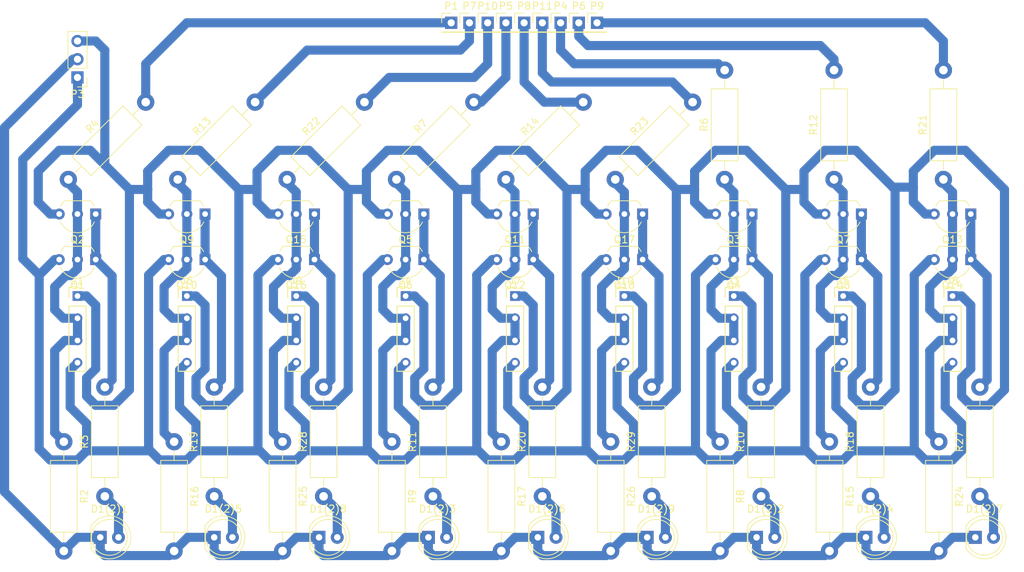
<source format=kicad_pcb>
(kicad_pcb (version 4) (host pcbnew 4.0.5)
  (layers (0 F.Cu signal) (31 B.Cu signal) (34 B.Paste user) (35 F.Paste user) (36 B.SilkS user) (37 F.SilkS user) (38 B.Mask user) (39 F.Mask user) (44 Edge.Cuts user))
  (net 0 "")
  (net 1 "Net-(D1(2)1-Pad2)")
  (net 2 "Net-(J1-Pad1)")
  (net 3 +5V)
  (net 4 -5V)
  (net 5 "Net-(P1-Pad1)")
  (net 6 "Net-(Q1-Pad1)")
  (net 7 GNDREF)
  (net 8 "Net-(D1(2)2-Pad2)")
  (net 9 "Net-(D1(2)3-Pad2)")
  (net 10 "Net-(D1(2)4-Pad2)")
  (net 11 "Net-(D1(2)5-Pad2)")
  (net 12 "Net-(D1(2)6-Pad2)")
  (net 13 "Net-(D1(2)7-Pad2)")
  (net 14 "Net-(D1(2)8-Pad2)")
  (net 15 "Net-(D1(2)9-Pad2)")
  (net 16 "Net-(J3-Pad1)")
  (net 17 "Net-(J4-Pad1)")
  (net 18 "Net-(J5-Pad1)")
  (net 19 "Net-(J6-Pad1)")
  (net 20 "Net-(J7-Pad1)")
  (net 21 "Net-(J8-Pad1)")
  (net 22 "Net-(J9-Pad1)")
  (net 23 "Net-(J10-Pad1)")
  (net 24 "Net-(P4-Pad1)")
  (net 25 "Net-(P5-Pad1)")
  (net 26 "Net-(P6-Pad1)")
  (net 27 "Net-(P7-Pad1)")
  (net 28 "Net-(P8-Pad1)")
  (net 29 "Net-(P9-Pad1)")
  (net 30 "Net-(P10-Pad1)")
  (net 31 "Net-(P11-Pad1)")
  (net 32 "Net-(Q3-Pad1)")
  (net 33 "Net-(Q5-Pad1)")
  (net 34 "Net-(Q7-Pad1)")
  (net 35 "Net-(Q10-Pad1)")
  (net 36 "Net-(Q11-Pad1)")
  (net 37 "Net-(Q13-Pad1)")
  (net 38 "Net-(Q15-Pad1)")
  (net 39 "Net-(Q17-Pad1)")
  (module Resistors_THT:R_Axial_DIN0411_L9.9mm_D3.6mm_P15.24mm_Horizontal (layer F.Cu) (at 59.817 106.68 270)
    (fp_text reference R16 (at 7.62 -2.86 270) (layer F.SilkS))
    (fp_text value 15k)
    (pad 1 thru_hole circle (at 0 0 270) (size 2.4 2.4) (drill 1.2) (layers *.Cu *.Mask) (net 19 "Net-(J6-Pad1)"))
    (pad 2 thru_hole oval (at 15.24 0 270) (size 2.4 2.4) (drill 1.2) (layers *.Cu *.Mask) (net 7 GNDREF))
  )
  (module Resistors_THT:R_Axial_DIN0411_L9.9mm_D3.6mm_P15.24mm_Horizontal (layer F.Cu) (at 50.165 114.3 90)
    (fp_text reference R3 (at 7.62 -2.86 90) (layer F.SilkS))
    (fp_text value 1k)
    (pad 1 thru_hole circle (at 0 0 90) (size 2.4 2.4) (drill 1.2) (layers *.Cu *.Mask) (net 1 "Net-(D1(2)1-Pad2)"))
    (pad 2 thru_hole oval (at 15.24 0 90) (size 2.4 2.4) (drill 1.2) (layers *.Cu *.Mask) (net 6 "Net-(Q1-Pad1)"))
  )
  (module Resistors_THT:R_Axial_DIN0411_L9.9mm_D3.6mm_P15.24mm_Horizontal (layer F.Cu) (at 44.45 106.68 270)
    (fp_text reference R2 (at 7.62 -2.86 270) (layer F.SilkS))
    (fp_text value 15k)
    (pad 1 thru_hole circle (at 0 0 270) (size 2.4 2.4) (drill 1.2) (layers *.Cu *.Mask) (net 2 "Net-(J1-Pad1)"))
    (pad 2 thru_hole oval (at 15.24 0 270) (size 2.4 2.4) (drill 1.2) (layers *.Cu *.Mask) (net 7 GNDREF))
  )
  (module LEDs:LED_D5.0mm (layer F.Cu) (at 49.53 120.015)
    (fp_text reference "D1(2)1" (at 1.27 -3.96) (layer F.SilkS))
    (fp_text value LED_Dual_2pin)
    (pad 1 thru_hole rect (at 0 0) (size 1.8 1.8) (drill 0.9) (layers *.Cu *.Mask) (net 7 GNDREF))
    (pad 2 thru_hole circle (at 2.54 0) (size 1.8 1.8) (drill 0.9) (layers *.Cu *.Mask) (net 1 "Net-(D1(2)1-Pad2)"))
  )
  (module Pin_Headers:Pin_Header_Straight_1x01_Pitch2.54mm (layer F.Cu) (at 98.425 48.26)
    (fp_text reference P1 (at 0 -2.33) (layer F.SilkS))
    (fp_text value IO)
    (pad 1 thru_hole rect (at 0 0) (size 1.7 1.7) (drill 1) (layers *.Cu *.Mask) (net 5 "Net-(P1-Pad1)"))
  )
  (module Pin_Headers:Pin_Header_Straight_1x03_Pitch2.54mm (layer F.Cu) (at 46.355 55.88 180)
    (fp_text reference P3 (at 0 -2.33 180) (layer F.SilkS))
    (fp_text value CONN_01X03)
    (pad 1 thru_hole rect (at 0 0 180) (size 1.7 1.7) (drill 1) (layers *.Cu *.Mask) (net 4 -5V))
    (pad 2 thru_hole oval (at 0 2.54 180) (size 1.7 1.7) (drill 1) (layers *.Cu *.Mask) (net 7 GNDREF))
    (pad 3 thru_hole oval (at 0 5.08 180) (size 1.7 1.7) (drill 1) (layers *.Cu *.Mask) (net 3 +5V))
  )
  (module Resistors_THT:R_Axial_DIN0411_L9.9mm_D3.6mm_P15.24mm_Horizontal (layer F.Cu) (at 45.085 70.104 45)
    (fp_text reference R4 (at 7.62 -2.86 45) (layer F.SilkS))
    (fp_text value 150)
    (pad 1 thru_hole circle (at 0 0 45) (size 2.4 2.4) (drill 1.2) (layers *.Cu *.Mask) (net 2 "Net-(J1-Pad1)"))
    (pad 2 thru_hole oval (at 15.24 0 45) (size 2.4 2.4) (drill 1.2) (layers *.Cu *.Mask) (net 5 "Net-(P1-Pad1)"))
  )
  (module trimuxIO:Pin_Header_Straight_1x04_Pitch3.10mm (layer F.Cu) (at 46.355 86.36)
    (fp_text reference J1 (at 0 -2.12) (layer F.SilkS))
    (fp_text value SP3T)
    (pad 2 thru_hole rect (at 0 0) (size 1.35 1.35) (drill 0.8) (layers *.Cu *.Mask) (net 3 +5V))
    (pad 1 thru_hole oval (at 0 3.1 45) (size 1.35 1.35) (drill 0.8) (layers *.Cu *.Mask) (net 2 "Net-(J1-Pad1)"))
    (pad 3 thru_hole oval (at 0 6.2) (size 1.35 1.35) (drill 0.8) (layers *.Cu *.Mask) (net 2 "Net-(J1-Pad1)"))
    (pad 4 thru_hole oval (at 0 9.3) (size 1.35 1.35) (drill 0.8) (layers *.Cu *.Mask) (net 4 -5V))
  )
  (module TO_SOT_Packages_THT:TO-92_Inline_Wide (layer F.Cu) (at 48.895 81.28 180)
    (fp_text reference Q1 (at 2.54 -3.56 360) (layer F.SilkS))
    (fp_text value 2n3906)
    (pad 2 thru_hole circle (at 2.54 0 270) (size 1.52 1.52) (drill 0.8) (layers *.Cu *.Mask) (net 2 "Net-(J1-Pad1)"))
    (pad 3 thru_hole circle (at 5.08 0 270) (size 1.52 1.52) (drill 0.8) (layers *.Cu *.Mask) (net 4 -5V))
    (pad 1 thru_hole rect (at 0 0 270) (size 1.52 1.52) (drill 0.8) (layers *.Cu *.Mask) (net 6 "Net-(Q1-Pad1)"))
  )
  (module TO_SOT_Packages_THT:TO-92_Inline_Wide (layer F.Cu) (at 48.895 74.93 180)
    (fp_text reference Q2 (at 2.54 -3.56 360) (layer F.SilkS))
    (fp_text value 2n3904)
    (pad 2 thru_hole circle (at 2.54 0 270) (size 1.52 1.52) (drill 0.8) (layers *.Cu *.Mask) (net 2 "Net-(J1-Pad1)"))
    (pad 3 thru_hole circle (at 5.08 0 270) (size 1.52 1.52) (drill 0.8) (layers *.Cu *.Mask) (net 3 +5V))
    (pad 1 thru_hole rect (at 0 0 270) (size 1.52 1.52) (drill 0.8) (layers *.Cu *.Mask) (net 6 "Net-(Q1-Pad1)"))
  )
  (module LEDs:LED_D5.0mm (layer F.Cu) (at 140.97 120.015)
    (fp_text reference "D1(2)2" (at 1.27 -3.96) (layer F.SilkS))
    (fp_text value LED_Dual_2pin)
    (pad 1 thru_hole rect (at 0 0) (size 1.8 1.8) (drill 0.9) (layers *.Cu *.Mask) (net 7 GNDREF))
    (pad 2 thru_hole circle (at 2.54 0) (size 1.8 1.8) (drill 0.9) (layers *.Cu *.Mask) (net 8 "Net-(D1(2)2-Pad2)"))
  )
  (module LEDs:LED_D5.0mm (layer F.Cu) (at 95.25 120.015)
    (fp_text reference "D1(2)3" (at 1.27 -3.96) (layer F.SilkS))
    (fp_text value LED_Dual_2pin)
    (pad 1 thru_hole rect (at 0 0) (size 1.8 1.8) (drill 0.9) (layers *.Cu *.Mask) (net 7 GNDREF))
    (pad 2 thru_hole circle (at 2.54 0) (size 1.8 1.8) (drill 0.9) (layers *.Cu *.Mask) (net 9 "Net-(D1(2)3-Pad2)"))
  )
  (module LEDs:LED_D5.0mm (layer F.Cu) (at 156.21 120.015)
    (fp_text reference "D1(2)4" (at 1.27 -3.96) (layer F.SilkS))
    (fp_text value LED_Dual_2pin)
    (pad 1 thru_hole rect (at 0 0) (size 1.8 1.8) (drill 0.9) (layers *.Cu *.Mask) (net 7 GNDREF))
    (pad 2 thru_hole circle (at 2.54 0) (size 1.8 1.8) (drill 0.9) (layers *.Cu *.Mask) (net 10 "Net-(D1(2)4-Pad2)"))
  )
  (module LEDs:LED_D5.0mm (layer F.Cu) (at 65.405 120.015)
    (fp_text reference "D1(2)5" (at 1.27 -3.96) (layer F.SilkS))
    (fp_text value LED_Dual_2pin)
    (pad 1 thru_hole rect (at 0 0) (size 1.8 1.8) (drill 0.9) (layers *.Cu *.Mask) (net 7 GNDREF))
    (pad 2 thru_hole circle (at 2.54 0) (size 1.8 1.8) (drill 0.9) (layers *.Cu *.Mask) (net 11 "Net-(D1(2)5-Pad2)"))
  )
  (module LEDs:LED_D5.0mm (layer F.Cu) (at 110.49 120.015)
    (fp_text reference "D1(2)6" (at 1.27 -3.96) (layer F.SilkS))
    (fp_text value LED_Dual_2pin)
    (pad 1 thru_hole rect (at 0 0) (size 1.8 1.8) (drill 0.9) (layers *.Cu *.Mask) (net 7 GNDREF))
    (pad 2 thru_hole circle (at 2.54 0) (size 1.8 1.8) (drill 0.9) (layers *.Cu *.Mask) (net 12 "Net-(D1(2)6-Pad2)"))
  )
  (module LEDs:LED_D5.0mm (layer F.Cu) (at 171.45 120.015)
    (fp_text reference "D1(2)7" (at 1.27 -3.96) (layer F.SilkS))
    (fp_text value LED_Dual_2pin)
    (pad 1 thru_hole rect (at 0 0) (size 1.8 1.8) (drill 0.9) (layers *.Cu *.Mask) (net 7 GNDREF))
    (pad 2 thru_hole circle (at 2.54 0) (size 1.8 1.8) (drill 0.9) (layers *.Cu *.Mask) (net 13 "Net-(D1(2)7-Pad2)"))
  )
  (module LEDs:LED_D5.0mm (layer F.Cu) (at 80.01 120.015)
    (fp_text reference "D1(2)8" (at 1.27 -3.96) (layer F.SilkS))
    (fp_text value LED_Dual_2pin)
    (pad 1 thru_hole rect (at 0 0) (size 1.8 1.8) (drill 0.9) (layers *.Cu *.Mask) (net 7 GNDREF))
    (pad 2 thru_hole circle (at 2.54 0) (size 1.8 1.8) (drill 0.9) (layers *.Cu *.Mask) (net 14 "Net-(D1(2)8-Pad2)"))
  )
  (module LEDs:LED_D5.0mm (layer F.Cu) (at 125.73 120.015)
    (fp_text reference "D1(2)9" (at 1.27 -3.96) (layer F.SilkS))
    (fp_text value LED_Dual_2pin)
    (pad 1 thru_hole rect (at 0 0) (size 1.8 1.8) (drill 0.9) (layers *.Cu *.Mask) (net 7 GNDREF))
    (pad 2 thru_hole circle (at 2.54 0) (size 1.8 1.8) (drill 0.9) (layers *.Cu *.Mask) (net 15 "Net-(D1(2)9-Pad2)"))
  )
  (module trimuxIO:Pin_Header_Straight_1x04_Pitch3.10mm (layer F.Cu) (at 137.795 86.36)
    (fp_text reference J3 (at 0 -2.12) (layer F.SilkS))
    (fp_text value SP3T)
    (pad 2 thru_hole rect (at 0 0) (size 1.35 1.35) (drill 0.8) (layers *.Cu *.Mask) (net 3 +5V))
    (pad 1 thru_hole oval (at 0 3.1) (size 1.35 1.35) (drill 0.8) (layers *.Cu *.Mask) (net 16 "Net-(J3-Pad1)"))
    (pad 3 thru_hole oval (at 0 6.2) (size 1.35 1.35) (drill 0.8) (layers *.Cu *.Mask) (net 16 "Net-(J3-Pad1)"))
    (pad 4 thru_hole oval (at 0 9.3) (size 1.35 1.35) (drill 0.8) (layers *.Cu *.Mask) (net 4 -5V))
  )
  (module trimuxIO:Pin_Header_Straight_1x04_Pitch3.10mm (layer F.Cu) (at 92.075 86.36)
    (fp_text reference J4 (at 0 -2.12) (layer F.SilkS))
    (fp_text value SP3T)
    (pad 2 thru_hole rect (at 0 0) (size 1.35 1.35) (drill 0.8) (layers *.Cu *.Mask) (net 3 +5V))
    (pad 1 thru_hole oval (at 0 3.1) (size 1.35 1.35) (drill 0.8) (layers *.Cu *.Mask) (net 17 "Net-(J4-Pad1)"))
    (pad 3 thru_hole oval (at 0 6.2) (size 1.35 1.35) (drill 0.8) (layers *.Cu *.Mask) (net 17 "Net-(J4-Pad1)"))
    (pad 4 thru_hole oval (at 0 9.3) (size 1.35 1.35) (drill 0.8) (layers *.Cu *.Mask) (net 4 -5V))
  )
  (module trimuxIO:Pin_Header_Straight_1x04_Pitch3.10mm (layer F.Cu) (at 153.035 86.36)
    (fp_text reference J5 (at 0 -2.12) (layer F.SilkS))
    (fp_text value SP3T)
    (pad 2 thru_hole rect (at 0 0) (size 1.35 1.35) (drill 0.8) (layers *.Cu *.Mask) (net 3 +5V))
    (pad 1 thru_hole oval (at 0 3.1) (size 1.35 1.35) (drill 0.8) (layers *.Cu *.Mask) (net 18 "Net-(J5-Pad1)"))
    (pad 3 thru_hole oval (at 0 6.2) (size 1.35 1.35) (drill 0.8) (layers *.Cu *.Mask) (net 18 "Net-(J5-Pad1)"))
    (pad 4 thru_hole oval (at 0 9.3) (size 1.35 1.35) (drill 0.8) (layers *.Cu *.Mask) (net 4 -5V))
  )
  (module trimuxIO:Pin_Header_Straight_1x04_Pitch3.10mm (layer F.Cu) (at 61.595 86.36)
    (fp_text reference J6 (at 0 -2.12) (layer F.SilkS))
    (fp_text value SP3T)
    (pad 2 thru_hole rect (at 0 0) (size 1.35 1.35) (drill 0.8) (layers *.Cu *.Mask) (net 3 +5V))
    (pad 1 thru_hole oval (at 0 3.1) (size 1.35 1.35) (drill 0.8) (layers *.Cu *.Mask) (net 19 "Net-(J6-Pad1)"))
    (pad 3 thru_hole oval (at 0 6.2) (size 1.35 1.35) (drill 0.8) (layers *.Cu *.Mask) (net 19 "Net-(J6-Pad1)"))
    (pad 4 thru_hole oval (at 0 9.3) (size 1.35 1.35) (drill 0.8) (layers *.Cu *.Mask) (net 4 -5V))
  )
  (module trimuxIO:Pin_Header_Straight_1x04_Pitch3.10mm (layer F.Cu) (at 107.315 86.36)
    (fp_text reference J7 (at 0 -2.12) (layer F.SilkS))
    (fp_text value SP3T)
    (pad 2 thru_hole rect (at 0 0) (size 1.35 1.35) (drill 0.8) (layers *.Cu *.Mask) (net 3 +5V))
    (pad 1 thru_hole oval (at 0 3.1) (size 1.35 1.35) (drill 0.8) (layers *.Cu *.Mask) (net 20 "Net-(J7-Pad1)"))
    (pad 3 thru_hole oval (at 0 6.2) (size 1.35 1.35) (drill 0.8) (layers *.Cu *.Mask) (net 20 "Net-(J7-Pad1)"))
    (pad 4 thru_hole oval (at 0 9.3) (size 1.35 1.35) (drill 0.8) (layers *.Cu *.Mask) (net 4 -5V))
  )
  (module trimuxIO:Pin_Header_Straight_1x04_Pitch3.10mm (layer F.Cu) (at 168.275 86.36)
    (fp_text reference J8 (at 0 -2.12) (layer F.SilkS))
    (fp_text value SP3T)
    (pad 2 thru_hole rect (at 0 0) (size 1.35 1.35) (drill 0.8) (layers *.Cu *.Mask) (net 3 +5V))
    (pad 1 thru_hole oval (at 0 3.1) (size 1.35 1.35) (drill 0.8) (layers *.Cu *.Mask) (net 21 "Net-(J8-Pad1)"))
    (pad 3 thru_hole oval (at 0 6.2) (size 1.35 1.35) (drill 0.8) (layers *.Cu *.Mask) (net 21 "Net-(J8-Pad1)"))
    (pad 4 thru_hole oval (at 0 9.3) (size 1.35 1.35) (drill 0.8) (layers *.Cu *.Mask) (net 4 -5V))
  )
  (module trimuxIO:Pin_Header_Straight_1x04_Pitch3.10mm (layer F.Cu) (at 76.835 86.36)
    (fp_text reference J9 (at 0 -2.12) (layer F.SilkS))
    (fp_text value SP3T)
    (pad 2 thru_hole rect (at 0 0) (size 1.35 1.35) (drill 0.8) (layers *.Cu *.Mask) (net 3 +5V))
    (pad 1 thru_hole oval (at 0 3.1) (size 1.35 1.35) (drill 0.8) (layers *.Cu *.Mask) (net 22 "Net-(J9-Pad1)"))
    (pad 3 thru_hole oval (at 0 6.2) (size 1.35 1.35) (drill 0.8) (layers *.Cu *.Mask) (net 22 "Net-(J9-Pad1)"))
    (pad 4 thru_hole oval (at 0 9.3) (size 1.35 1.35) (drill 0.8) (layers *.Cu *.Mask) (net 4 -5V))
  )
  (module trimuxIO:Pin_Header_Straight_1x04_Pitch3.10mm (layer F.Cu) (at 122.555 86.36)
    (fp_text reference J10 (at 0 -2.12) (layer F.SilkS))
    (fp_text value SP3T)
    (pad 2 thru_hole rect (at 0 0) (size 1.35 1.35) (drill 0.8) (layers *.Cu *.Mask) (net 3 +5V))
    (pad 1 thru_hole oval (at 0 3.1) (size 1.35 1.35) (drill 0.8) (layers *.Cu *.Mask) (net 23 "Net-(J10-Pad1)"))
    (pad 3 thru_hole oval (at 0 6.2) (size 1.35 1.35) (drill 0.8) (layers *.Cu *.Mask) (net 23 "Net-(J10-Pad1)"))
    (pad 4 thru_hole oval (at 0 9.3) (size 1.35 1.35) (drill 0.8) (layers *.Cu *.Mask) (net 4 -5V))
  )
  (module Pin_Headers:Pin_Header_Straight_1x01_Pitch2.54mm (layer F.Cu) (at 113.665 48.26)
    (fp_text reference P4 (at 0 -2.33) (layer F.SilkS))
    (fp_text value IO)
    (pad 1 thru_hole rect (at 0 0) (size 1.7 1.7) (drill 1) (layers *.Cu *.Mask) (net 24 "Net-(P4-Pad1)"))
  )
  (module Pin_Headers:Pin_Header_Straight_1x01_Pitch2.54mm (layer F.Cu) (at 106.045 48.26)
    (fp_text reference P5 (at 0 -2.33) (layer F.SilkS))
    (fp_text value IO)
    (pad 1 thru_hole rect (at 0 0) (size 1.7 1.7) (drill 1) (layers *.Cu *.Mask) (net 25 "Net-(P5-Pad1)"))
  )
  (module Pin_Headers:Pin_Header_Straight_1x01_Pitch2.54mm (layer F.Cu) (at 116.205 48.26)
    (fp_text reference P6 (at 0 -2.33) (layer F.SilkS))
    (fp_text value IO)
    (pad 1 thru_hole rect (at 0 0) (size 1.7 1.7) (drill 1) (layers *.Cu *.Mask) (net 26 "Net-(P6-Pad1)"))
  )
  (module Pin_Headers:Pin_Header_Straight_1x01_Pitch2.54mm (layer F.Cu) (at 100.965 48.26)
    (fp_text reference P7 (at 0 -2.33) (layer F.SilkS))
    (fp_text value IO)
    (pad 1 thru_hole rect (at 0 0) (size 1.7 1.7) (drill 1) (layers *.Cu *.Mask) (net 27 "Net-(P7-Pad1)"))
  )
  (module Pin_Headers:Pin_Header_Straight_1x01_Pitch2.54mm (layer F.Cu) (at 108.585 48.26)
    (fp_text reference P8 (at 0 -2.33) (layer F.SilkS))
    (fp_text value IO)
    (pad 1 thru_hole rect (at 0 0) (size 1.7 1.7) (drill 1) (layers *.Cu *.Mask) (net 28 "Net-(P8-Pad1)"))
  )
  (module Pin_Headers:Pin_Header_Straight_1x01_Pitch2.54mm (layer F.Cu) (at 118.745 48.26)
    (fp_text reference P9 (at 0 -2.33) (layer F.SilkS))
    (fp_text value IO)
    (pad 1 thru_hole rect (at 0 0) (size 1.7 1.7) (drill 1) (layers *.Cu *.Mask) (net 29 "Net-(P9-Pad1)"))
  )
  (module Pin_Headers:Pin_Header_Straight_1x01_Pitch2.54mm (layer F.Cu) (at 103.505 48.26)
    (fp_text reference P10 (at 0 -2.33) (layer F.SilkS))
    (fp_text value IO)
    (pad 1 thru_hole rect (at 0 0) (size 1.7 1.7) (drill 1) (layers *.Cu *.Mask) (net 30 "Net-(P10-Pad1)"))
  )
  (module Pin_Headers:Pin_Header_Straight_1x01_Pitch2.54mm (layer F.Cu) (at 111.125 48.26)
    (fp_text reference P11 (at 0 -2.33) (layer F.SilkS))
    (fp_text value IO)
    (pad 1 thru_hole rect (at 0 0) (size 1.7 1.7) (drill 1) (layers *.Cu *.Mask) (net 31 "Net-(P11-Pad1)"))
  )
  (module TO_SOT_Packages_THT:TO-92_Inline_Wide (layer F.Cu) (at 140.335 74.93 180)
    (fp_text reference Q3 (at 2.54 -3.56 360) (layer F.SilkS))
    (fp_text value 2n3904)
    (pad 2 thru_hole circle (at 2.54 0 270) (size 1.52 1.52) (drill 0.8) (layers *.Cu *.Mask) (net 16 "Net-(J3-Pad1)"))
    (pad 3 thru_hole circle (at 5.08 0 270) (size 1.52 1.52) (drill 0.8) (layers *.Cu *.Mask) (net 3 +5V))
    (pad 1 thru_hole rect (at 0 0 270) (size 1.52 1.52) (drill 0.8) (layers *.Cu *.Mask) (net 32 "Net-(Q3-Pad1)"))
  )
  (module TO_SOT_Packages_THT:TO-92_Inline_Wide (layer F.Cu) (at 140.335 81.28 180)
    (fp_text reference Q4 (at 2.54 -3.56 360) (layer F.SilkS))
    (fp_text value 2n3906)
    (pad 2 thru_hole circle (at 2.54 0 270) (size 1.52 1.52) (drill 0.8) (layers *.Cu *.Mask) (net 16 "Net-(J3-Pad1)"))
    (pad 3 thru_hole circle (at 5.08 0 270) (size 1.52 1.52) (drill 0.8) (layers *.Cu *.Mask) (net 4 -5V))
    (pad 1 thru_hole rect (at 0 0 270) (size 1.52 1.52) (drill 0.8) (layers *.Cu *.Mask) (net 32 "Net-(Q3-Pad1)"))
  )
  (module TO_SOT_Packages_THT:TO-92_Inline_Wide (layer F.Cu) (at 94.615 74.93 180)
    (fp_text reference Q5 (at 2.54 -3.56 360) (layer F.SilkS))
    (fp_text value 2n3904)
    (pad 2 thru_hole circle (at 2.54 0 270) (size 1.52 1.52) (drill 0.8) (layers *.Cu *.Mask) (net 17 "Net-(J4-Pad1)"))
    (pad 3 thru_hole circle (at 5.08 0 270) (size 1.52 1.52) (drill 0.8) (layers *.Cu *.Mask) (net 3 +5V))
    (pad 1 thru_hole rect (at 0 0 270) (size 1.52 1.52) (drill 0.8) (layers *.Cu *.Mask) (net 33 "Net-(Q5-Pad1)"))
  )
  (module TO_SOT_Packages_THT:TO-92_Inline_Wide (layer F.Cu) (at 94.615 81.28 180)
    (fp_text reference Q6 (at 2.54 -3.56 360) (layer F.SilkS))
    (fp_text value 2n3906)
    (pad 2 thru_hole circle (at 2.54 0 270) (size 1.52 1.52) (drill 0.8) (layers *.Cu *.Mask) (net 17 "Net-(J4-Pad1)"))
    (pad 3 thru_hole circle (at 5.08 0 270) (size 1.52 1.52) (drill 0.8) (layers *.Cu *.Mask) (net 4 -5V))
    (pad 1 thru_hole rect (at 0 0 270) (size 1.52 1.52) (drill 0.8) (layers *.Cu *.Mask) (net 33 "Net-(Q5-Pad1)"))
  )
  (module TO_SOT_Packages_THT:TO-92_Inline_Wide (layer F.Cu) (at 155.575 74.93 180)
    (fp_text reference Q7 (at 2.54 -3.56 360) (layer F.SilkS))
    (fp_text value 2n3904)
    (pad 2 thru_hole circle (at 2.54 0 270) (size 1.52 1.52) (drill 0.8) (layers *.Cu *.Mask) (net 18 "Net-(J5-Pad1)"))
    (pad 3 thru_hole circle (at 5.08 0 270) (size 1.52 1.52) (drill 0.8) (layers *.Cu *.Mask) (net 3 +5V))
    (pad 1 thru_hole rect (at 0 0 270) (size 1.52 1.52) (drill 0.8) (layers *.Cu *.Mask) (net 34 "Net-(Q7-Pad1)"))
  )
  (module TO_SOT_Packages_THT:TO-92_Inline_Wide (layer F.Cu) (at 155.575 81.28 180)
    (fp_text reference Q8 (at 2.54 -3.56 360) (layer F.SilkS))
    (fp_text value 2n3906)
    (pad 2 thru_hole circle (at 2.54 0 270) (size 1.52 1.52) (drill 0.8) (layers *.Cu *.Mask) (net 18 "Net-(J5-Pad1)"))
    (pad 3 thru_hole circle (at 5.08 0 270) (size 1.52 1.52) (drill 0.8) (layers *.Cu *.Mask) (net 4 -5V))
    (pad 1 thru_hole rect (at 0 0 270) (size 1.52 1.52) (drill 0.8) (layers *.Cu *.Mask) (net 34 "Net-(Q7-Pad1)"))
  )
  (module TO_SOT_Packages_THT:TO-92_Inline_Wide (layer F.Cu) (at 64.135 74.93 180)
    (fp_text reference Q9 (at 2.54 -3.56 360) (layer F.SilkS))
    (fp_text value 2n3904)
    (pad 2 thru_hole circle (at 2.54 0 270) (size 1.52 1.52) (drill 0.8) (layers *.Cu *.Mask) (net 19 "Net-(J6-Pad1)"))
    (pad 3 thru_hole circle (at 5.08 0 270) (size 1.52 1.52) (drill 0.8) (layers *.Cu *.Mask) (net 3 +5V))
    (pad 1 thru_hole rect (at 0 0 270) (size 1.52 1.52) (drill 0.8) (layers *.Cu *.Mask) (net 35 "Net-(Q10-Pad1)"))
  )
  (module TO_SOT_Packages_THT:TO-92_Inline_Wide (layer F.Cu) (at 64.135 81.28 180)
    (fp_text reference Q10 (at 2.54 -3.56 360) (layer F.SilkS))
    (fp_text value 2n3906)
    (pad 2 thru_hole circle (at 2.54 0 270) (size 1.52 1.52) (drill 0.8) (layers *.Cu *.Mask) (net 19 "Net-(J6-Pad1)"))
    (pad 3 thru_hole circle (at 5.08 0 270) (size 1.52 1.52) (drill 0.8) (layers *.Cu *.Mask) (net 4 -5V))
    (pad 1 thru_hole rect (at 0 0 270) (size 1.52 1.52) (drill 0.8) (layers *.Cu *.Mask) (net 35 "Net-(Q10-Pad1)"))
  )
  (module TO_SOT_Packages_THT:TO-92_Inline_Wide (layer F.Cu) (at 109.855 74.93 180)
    (fp_text reference Q11 (at 2.54 -3.56 360) (layer F.SilkS))
    (fp_text value 2n3904)
    (pad 2 thru_hole circle (at 2.54 0 270) (size 1.52 1.52) (drill 0.8) (layers *.Cu *.Mask) (net 20 "Net-(J7-Pad1)"))
    (pad 3 thru_hole circle (at 5.08 0 270) (size 1.52 1.52) (drill 0.8) (layers *.Cu *.Mask) (net 3 +5V))
    (pad 1 thru_hole rect (at 0 0 270) (size 1.52 1.52) (drill 0.8) (layers *.Cu *.Mask) (net 36 "Net-(Q11-Pad1)"))
  )
  (module TO_SOT_Packages_THT:TO-92_Inline_Wide (layer F.Cu) (at 109.855 81.28 180)
    (fp_text reference Q12 (at 2.54 -3.56 360) (layer F.SilkS))
    (fp_text value 2n3906)
    (pad 2 thru_hole circle (at 2.54 0 270) (size 1.52 1.52) (drill 0.8) (layers *.Cu *.Mask) (net 20 "Net-(J7-Pad1)"))
    (pad 3 thru_hole circle (at 5.08 0 270) (size 1.52 1.52) (drill 0.8) (layers *.Cu *.Mask) (net 4 -5V))
    (pad 1 thru_hole rect (at 0 0 270) (size 1.52 1.52) (drill 0.8) (layers *.Cu *.Mask) (net 36 "Net-(Q11-Pad1)"))
  )
  (module TO_SOT_Packages_THT:TO-92_Inline_Wide (layer F.Cu) (at 170.815 74.93 180)
    (fp_text reference Q13 (at 2.54 -3.56 360) (layer F.SilkS))
    (fp_text value 2n3904)
    (pad 2 thru_hole circle (at 2.54 0 270) (size 1.52 1.52) (drill 0.8) (layers *.Cu *.Mask) (net 21 "Net-(J8-Pad1)"))
    (pad 3 thru_hole circle (at 5.08 0 270) (size 1.52 1.52) (drill 0.8) (layers *.Cu *.Mask) (net 3 +5V))
    (pad 1 thru_hole rect (at 0 0 270) (size 1.52 1.52) (drill 0.8) (layers *.Cu *.Mask) (net 37 "Net-(Q13-Pad1)"))
  )
  (module TO_SOT_Packages_THT:TO-92_Inline_Wide (layer F.Cu) (at 170.815 81.28 180)
    (fp_text reference Q14 (at 2.54 -3.56 360) (layer F.SilkS))
    (fp_text value 2n3906)
    (pad 2 thru_hole circle (at 2.54 0 270) (size 1.52 1.52) (drill 0.8) (layers *.Cu *.Mask) (net 21 "Net-(J8-Pad1)"))
    (pad 3 thru_hole circle (at 5.08 0 270) (size 1.52 1.52) (drill 0.8) (layers *.Cu *.Mask) (net 4 -5V))
    (pad 1 thru_hole rect (at 0 0 270) (size 1.52 1.52) (drill 0.8) (layers *.Cu *.Mask) (net 37 "Net-(Q13-Pad1)"))
  )
  (module TO_SOT_Packages_THT:TO-92_Inline_Wide (layer F.Cu) (at 79.375 74.93 180)
    (fp_text reference Q15 (at 2.54 -3.56 360) (layer F.SilkS))
    (fp_text value 2n3904)
    (pad 2 thru_hole circle (at 2.54 0 270) (size 1.52 1.52) (drill 0.8) (layers *.Cu *.Mask) (net 22 "Net-(J9-Pad1)"))
    (pad 3 thru_hole circle (at 5.08 0 270) (size 1.52 1.52) (drill 0.8) (layers *.Cu *.Mask) (net 3 +5V))
    (pad 1 thru_hole rect (at 0 0 270) (size 1.52 1.52) (drill 0.8) (layers *.Cu *.Mask) (net 38 "Net-(Q15-Pad1)"))
  )
  (module TO_SOT_Packages_THT:TO-92_Inline_Wide (layer F.Cu) (at 79.375 81.28 180)
    (fp_text reference Q16 (at 2.54 -3.56 360) (layer F.SilkS))
    (fp_text value 2n3906)
    (pad 2 thru_hole circle (at 2.54 0 270) (size 1.52 1.52) (drill 0.8) (layers *.Cu *.Mask) (net 22 "Net-(J9-Pad1)"))
    (pad 3 thru_hole circle (at 5.08 0 270) (size 1.52 1.52) (drill 0.8) (layers *.Cu *.Mask) (net 4 -5V))
    (pad 1 thru_hole rect (at 0 0 270) (size 1.52 1.52) (drill 0.8) (layers *.Cu *.Mask) (net 38 "Net-(Q15-Pad1)"))
  )
  (module TO_SOT_Packages_THT:TO-92_Inline_Wide (layer F.Cu) (at 125.095 74.93 180)
    (fp_text reference Q17 (at 2.54 -3.56 360) (layer F.SilkS))
    (fp_text value 2n3904)
    (pad 2 thru_hole circle (at 2.54 0 270) (size 1.52 1.52) (drill 0.8) (layers *.Cu *.Mask) (net 23 "Net-(J10-Pad1)"))
    (pad 3 thru_hole circle (at 5.08 0 270) (size 1.52 1.52) (drill 0.8) (layers *.Cu *.Mask) (net 3 +5V))
    (pad 1 thru_hole rect (at 0 0 270) (size 1.52 1.52) (drill 0.8) (layers *.Cu *.Mask) (net 39 "Net-(Q17-Pad1)"))
  )
  (module TO_SOT_Packages_THT:TO-92_Inline_Wide (layer F.Cu) (at 125.095 81.28 180)
    (fp_text reference Q18 (at 2.54 -3.56 360) (layer F.SilkS))
    (fp_text value 2n3906)
    (pad 2 thru_hole circle (at 2.54 0 270) (size 1.52 1.52) (drill 0.8) (layers *.Cu *.Mask) (net 23 "Net-(J10-Pad1)"))
    (pad 3 thru_hole circle (at 5.08 0 270) (size 1.52 1.52) (drill 0.8) (layers *.Cu *.Mask) (net 4 -5V))
    (pad 1 thru_hole rect (at 0 0 270) (size 1.52 1.52) (drill 0.8) (layers *.Cu *.Mask) (net 39 "Net-(Q17-Pad1)"))
  )
  (module Resistors_THT:R_Axial_DIN0411_L9.9mm_D3.6mm_P15.24mm_Horizontal (layer F.Cu) (at 136.525 70.104 90)
    (fp_text reference R6 (at 7.62 -2.86 90) (layer F.SilkS))
    (fp_text value 150)
    (pad 1 thru_hole circle (at 0 0 90) (size 2.4 2.4) (drill 1.2) (layers *.Cu *.Mask) (net 16 "Net-(J3-Pad1)"))
    (pad 2 thru_hole oval (at 15.24 0 90) (size 2.4 2.4) (drill 1.2) (layers *.Cu *.Mask) (net 24 "Net-(P4-Pad1)"))
  )
  (module Resistors_THT:R_Axial_DIN0411_L9.9mm_D3.6mm_P15.24mm_Horizontal (layer F.Cu) (at 90.805 70.104 45)
    (fp_text reference R7 (at 7.62 -2.86 45) (layer F.SilkS))
    (fp_text value 150)
    (pad 1 thru_hole circle (at 0 0 45) (size 2.4 2.4) (drill 1.2) (layers *.Cu *.Mask) (net 17 "Net-(J4-Pad1)"))
    (pad 2 thru_hole oval (at 15.24 0 45) (size 2.4 2.4) (drill 1.2) (layers *.Cu *.Mask) (net 25 "Net-(P5-Pad1)"))
  )
  (module Resistors_THT:R_Axial_DIN0411_L9.9mm_D3.6mm_P15.24mm_Horizontal (layer F.Cu) (at 135.89 106.68 270)
    (fp_text reference R8 (at 7.62 -2.86 270) (layer F.SilkS))
    (fp_text value 15k)
    (pad 1 thru_hole circle (at 0 0 270) (size 2.4 2.4) (drill 1.2) (layers *.Cu *.Mask) (net 16 "Net-(J3-Pad1)"))
    (pad 2 thru_hole oval (at 15.24 0 270) (size 2.4 2.4) (drill 1.2) (layers *.Cu *.Mask) (net 7 GNDREF))
  )
  (module Resistors_THT:R_Axial_DIN0411_L9.9mm_D3.6mm_P15.24mm_Horizontal (layer F.Cu) (at 90.17 106.68 270)
    (fp_text reference R9 (at 7.62 -2.86 270) (layer F.SilkS))
    (fp_text value 15k)
    (pad 1 thru_hole circle (at 0 0 270) (size 2.4 2.4) (drill 1.2) (layers *.Cu *.Mask) (net 17 "Net-(J4-Pad1)"))
    (pad 2 thru_hole oval (at 15.24 0 270) (size 2.4 2.4) (drill 1.2) (layers *.Cu *.Mask) (net 7 GNDREF))
  )
  (module Resistors_THT:R_Axial_DIN0411_L9.9mm_D3.6mm_P15.24mm_Horizontal (layer F.Cu) (at 141.605 114.3 90)
    (fp_text reference R10 (at 7.62 -2.86 90) (layer F.SilkS))
    (fp_text value 1k)
    (pad 1 thru_hole circle (at 0 0 90) (size 2.4 2.4) (drill 1.2) (layers *.Cu *.Mask) (net 8 "Net-(D1(2)2-Pad2)"))
    (pad 2 thru_hole oval (at 15.24 0 90) (size 2.4 2.4) (drill 1.2) (layers *.Cu *.Mask) (net 32 "Net-(Q3-Pad1)"))
  )
  (module Resistors_THT:R_Axial_DIN0411_L9.9mm_D3.6mm_P15.24mm_Horizontal (layer F.Cu) (at 95.885 114.3 90)
    (fp_text reference R11 (at 7.62 -2.86 90) (layer F.SilkS))
    (fp_text value 1k)
    (pad 1 thru_hole circle (at 0 0 90) (size 2.4 2.4) (drill 1.2) (layers *.Cu *.Mask) (net 9 "Net-(D1(2)3-Pad2)"))
    (pad 2 thru_hole oval (at 15.24 0 90) (size 2.4 2.4) (drill 1.2) (layers *.Cu *.Mask) (net 33 "Net-(Q5-Pad1)"))
  )
  (module Resistors_THT:R_Axial_DIN0411_L9.9mm_D3.6mm_P15.24mm_Horizontal (layer F.Cu) (at 151.765 70.104 90)
    (fp_text reference R12 (at 7.62 -2.86 90) (layer F.SilkS))
    (fp_text value 150)
    (pad 1 thru_hole circle (at 0 0 90) (size 2.4 2.4) (drill 1.2) (layers *.Cu *.Mask) (net 18 "Net-(J5-Pad1)"))
    (pad 2 thru_hole oval (at 15.24 0 90) (size 2.4 2.4) (drill 1.2) (layers *.Cu *.Mask) (net 26 "Net-(P6-Pad1)"))
  )
  (module Resistors_THT:R_Axial_DIN0411_L9.9mm_D3.6mm_P15.24mm_Horizontal (layer F.Cu) (at 60.325 70.104 45)
    (fp_text reference R13 (at 7.62 -2.86 45) (layer F.SilkS))
    (fp_text value 150)
    (pad 1 thru_hole circle (at 0 0 45) (size 2.4 2.4) (drill 1.2) (layers *.Cu *.Mask) (net 19 "Net-(J6-Pad1)"))
    (pad 2 thru_hole oval (at 15.24 0 45) (size 2.4 2.4) (drill 1.2) (layers *.Cu *.Mask) (net 27 "Net-(P7-Pad1)"))
  )
  (module Resistors_THT:R_Axial_DIN0411_L9.9mm_D3.6mm_P15.24mm_Horizontal (layer F.Cu) (at 106.045 70.104 45)
    (fp_text reference R14 (at 7.62 -2.86 45) (layer F.SilkS))
    (fp_text value 150)
    (pad 1 thru_hole circle (at 0 0 45) (size 2.4 2.4) (drill 1.2) (layers *.Cu *.Mask) (net 20 "Net-(J7-Pad1)"))
    (pad 2 thru_hole oval (at 15.24 0 45) (size 2.4 2.4) (drill 1.2) (layers *.Cu *.Mask) (net 28 "Net-(P8-Pad1)"))
  )
  (module Resistors_THT:R_Axial_DIN0411_L9.9mm_D3.6mm_P15.24mm_Horizontal (layer F.Cu) (at 151.13 106.68 270)
    (fp_text reference R15 (at 7.62 -2.86 270) (layer F.SilkS))
    (fp_text value 15k)
    (pad 1 thru_hole circle (at 0 0 270) (size 2.4 2.4) (drill 1.2) (layers *.Cu *.Mask) (net 18 "Net-(J5-Pad1)"))
    (pad 2 thru_hole oval (at 15.24 0 270) (size 2.4 2.4) (drill 1.2) (layers *.Cu *.Mask) (net 7 GNDREF))
  )
  (module Resistors_THT:R_Axial_DIN0411_L9.9mm_D3.6mm_P15.24mm_Horizontal (layer F.Cu) (at 105.41 106.68 270)
    (fp_text reference R17 (at 7.62 -2.86 270) (layer F.SilkS))
    (fp_text value 15k)
    (pad 1 thru_hole circle (at 0 0 270) (size 2.4 2.4) (drill 1.2) (layers *.Cu *.Mask) (net 20 "Net-(J7-Pad1)"))
    (pad 2 thru_hole oval (at 15.24 0 270) (size 2.4 2.4) (drill 1.2) (layers *.Cu *.Mask) (net 7 GNDREF))
  )
  (module Resistors_THT:R_Axial_DIN0411_L9.9mm_D3.6mm_P15.24mm_Horizontal (layer F.Cu) (at 156.845 114.3 90)
    (fp_text reference R18 (at 7.62 -2.86 90) (layer F.SilkS))
    (fp_text value 1k)
    (pad 1 thru_hole circle (at 0 0 90) (size 2.4 2.4) (drill 1.2) (layers *.Cu *.Mask) (net 10 "Net-(D1(2)4-Pad2)"))
    (pad 2 thru_hole oval (at 15.24 0 90) (size 2.4 2.4) (drill 1.2) (layers *.Cu *.Mask) (net 34 "Net-(Q7-Pad1)"))
  )
  (module Resistors_THT:R_Axial_DIN0411_L9.9mm_D3.6mm_P15.24mm_Horizontal (layer F.Cu) (at 65.405 114.3 90)
    (fp_text reference R19 (at 7.62 -2.86 90) (layer F.SilkS))
    (fp_text value 1k)
    (pad 1 thru_hole circle (at 0 0 90) (size 2.4 2.4) (drill 1.2) (layers *.Cu *.Mask) (net 11 "Net-(D1(2)5-Pad2)"))
    (pad 2 thru_hole oval (at 15.24 0 90) (size 2.4 2.4) (drill 1.2) (layers *.Cu *.Mask) (net 35 "Net-(Q10-Pad1)"))
  )
  (module Resistors_THT:R_Axial_DIN0411_L9.9mm_D3.6mm_P15.24mm_Horizontal (layer F.Cu) (at 111.125 114.3 90)
    (fp_text reference R20 (at 7.62 -2.86 90) (layer F.SilkS))
    (fp_text value 1k)
    (pad 1 thru_hole circle (at 0 0 90) (size 2.4 2.4) (drill 1.2) (layers *.Cu *.Mask) (net 12 "Net-(D1(2)6-Pad2)"))
    (pad 2 thru_hole oval (at 15.24 0 90) (size 2.4 2.4) (drill 1.2) (layers *.Cu *.Mask) (net 36 "Net-(Q11-Pad1)"))
  )
  (module Resistors_THT:R_Axial_DIN0411_L9.9mm_D3.6mm_P15.24mm_Horizontal (layer F.Cu) (at 167.005 70.104 90)
    (fp_text reference R21 (at 7.62 -2.86 90) (layer F.SilkS))
    (fp_text value 150)
    (pad 1 thru_hole circle (at 0 0 90) (size 2.4 2.4) (drill 1.2) (layers *.Cu *.Mask) (net 21 "Net-(J8-Pad1)"))
    (pad 2 thru_hole oval (at 15.24 0 90) (size 2.4 2.4) (drill 1.2) (layers *.Cu *.Mask) (net 29 "Net-(P9-Pad1)"))
  )
  (module Resistors_THT:R_Axial_DIN0411_L9.9mm_D3.6mm_P15.24mm_Horizontal (layer F.Cu) (at 75.565 70.104 45)
    (fp_text reference R22 (at 7.62 -2.86 45) (layer F.SilkS))
    (fp_text value 150)
    (pad 1 thru_hole circle (at 0 0 45) (size 2.4 2.4) (drill 1.2) (layers *.Cu *.Mask) (net 22 "Net-(J9-Pad1)"))
    (pad 2 thru_hole oval (at 15.24 0 45) (size 2.4 2.4) (drill 1.2) (layers *.Cu *.Mask) (net 30 "Net-(P10-Pad1)"))
  )
  (module Resistors_THT:R_Axial_DIN0411_L9.9mm_D3.6mm_P15.24mm_Horizontal (layer F.Cu) (at 121.285 70.104 45)
    (fp_text reference R23 (at 7.62 -2.86 45) (layer F.SilkS))
    (fp_text value 150)
    (pad 1 thru_hole circle (at 0 0 45) (size 2.4 2.4) (drill 1.2) (layers *.Cu *.Mask) (net 23 "Net-(J10-Pad1)"))
    (pad 2 thru_hole oval (at 15.24 0 45) (size 2.4 2.4) (drill 1.2) (layers *.Cu *.Mask) (net 31 "Net-(P11-Pad1)"))
  )
  (module Resistors_THT:R_Axial_DIN0411_L9.9mm_D3.6mm_P15.24mm_Horizontal (layer F.Cu) (at 166.37 106.68 270)
    (fp_text reference R24 (at 7.62 -2.86 270) (layer F.SilkS))
    (fp_text value 15k)
    (pad 1 thru_hole circle (at 0 0 270) (size 2.4 2.4) (drill 1.2) (layers *.Cu *.Mask) (net 21 "Net-(J8-Pad1)"))
    (pad 2 thru_hole oval (at 15.24 0 270) (size 2.4 2.4) (drill 1.2) (layers *.Cu *.Mask) (net 7 GNDREF))
  )
  (module Resistors_THT:R_Axial_DIN0411_L9.9mm_D3.6mm_P15.24mm_Horizontal (layer F.Cu) (at 74.93 106.68 270)
    (fp_text reference R25 (at 7.62 -2.86 270) (layer F.SilkS))
    (fp_text value 15k)
    (pad 1 thru_hole circle (at 0 0 270) (size 2.4 2.4) (drill 1.2) (layers *.Cu *.Mask) (net 22 "Net-(J9-Pad1)"))
    (pad 2 thru_hole oval (at 15.24 0 270) (size 2.4 2.4) (drill 1.2) (layers *.Cu *.Mask) (net 7 GNDREF))
  )
  (module Resistors_THT:R_Axial_DIN0411_L9.9mm_D3.6mm_P15.24mm_Horizontal (layer F.Cu) (at 120.65 106.68 270)
    (fp_text reference R26 (at 7.62 -2.86 270) (layer F.SilkS))
    (fp_text value 15k)
    (pad 1 thru_hole circle (at 0 0 270) (size 2.4 2.4) (drill 1.2) (layers *.Cu *.Mask) (net 23 "Net-(J10-Pad1)"))
    (pad 2 thru_hole oval (at 15.24 0 270) (size 2.4 2.4) (drill 1.2) (layers *.Cu *.Mask) (net 7 GNDREF))
  )
  (module Resistors_THT:R_Axial_DIN0411_L9.9mm_D3.6mm_P15.24mm_Horizontal (layer F.Cu) (at 172.085 114.3 90)
    (fp_text reference R27 (at 7.62 -2.86 90) (layer F.SilkS))
    (fp_text value 1k)
    (pad 1 thru_hole circle (at 0 0 90) (size 2.4 2.4) (drill 1.2) (layers *.Cu *.Mask) (net 13 "Net-(D1(2)7-Pad2)"))
    (pad 2 thru_hole oval (at 15.24 0 90) (size 2.4 2.4) (drill 1.2) (layers *.Cu *.Mask) (net 37 "Net-(Q13-Pad1)"))
  )
  (module Resistors_THT:R_Axial_DIN0411_L9.9mm_D3.6mm_P15.24mm_Horizontal (layer F.Cu) (at 80.645 114.3 90)
    (fp_text reference R28 (at 7.62 -2.86 90) (layer F.SilkS))
    (fp_text value 1k)
    (pad 1 thru_hole circle (at 0 0 90) (size 2.4 2.4) (drill 1.2) (layers *.Cu *.Mask) (net 14 "Net-(D1(2)8-Pad2)"))
    (pad 2 thru_hole oval (at 15.24 0 90) (size 2.4 2.4) (drill 1.2) (layers *.Cu *.Mask) (net 38 "Net-(Q15-Pad1)"))
  )
  (module Resistors_THT:R_Axial_DIN0411_L9.9mm_D3.6mm_P15.24mm_Horizontal (layer F.Cu) (at 126.365 114.3 90)
    (fp_text reference R29 (at 7.62 -2.86 90) (layer F.SilkS))
    (fp_text value 1k)
    (pad 1 thru_hole circle (at 0 0 90) (size 2.4 2.4) (drill 1.2) (layers *.Cu *.Mask) (net 15 "Net-(D1(2)9-Pad2)"))
    (pad 2 thru_hole oval (at 15.24 0 90) (size 2.4 2.4) (drill 1.2) (layers *.Cu *.Mask) (net 39 "Net-(Q17-Pad1)"))
  )
  (segment (start 52.07 120.015) (end 52.07 116.205) (width 1.27) (layer B.Cu) (net 1))
  (segment (start 52.07 116.205) (end 50.165 114.3) (width 1.27) (layer B.Cu) (net 1))
  (segment (start 45.085 70.104) (end 45.085 70.612) (width 1.27) (layer B.Cu) (net 2))
  (segment (start 45.085 70.612) (end 46.355 71.882) (width 1.27) (layer B.Cu) (net 2))
  (segment (start 46.355 71.882) (end 46.355 74.93) (width 1.27) (layer B.Cu) (net 2))
  (segment (start 46.355 92.56) (end 44.6 92.56) (width 1.27) (layer B.Cu) (net 2))
  (segment (start 43.18 105.41) (end 44.45 106.68) (width 1.27) (layer B.Cu) (net 2))
  (segment (start 43.18 93.98) (end 43.18 105.41) (width 1.27) (layer B.Cu) (net 2))
  (segment (start 44.6 92.56) (end 43.18 93.98) (width 1.27) (layer B.Cu) (net 2))
  (segment (start 46.355 81.28) (end 46.355 82.55) (width 1.27) (layer B.Cu) (net 2))
  (segment (start 44.375 89.46) (end 46.355 89.46) (width 1.27) (layer B.Cu) (net 2))
  (segment (start 43.18 88.265) (end 44.375 89.46) (width 1.27) (layer B.Cu) (net 2))
  (segment (start 43.18 85.09) (end 43.18 88.265) (width 1.27) (layer B.Cu) (net 2))
  (segment (start 44.7675 83.5025) (end 43.18 85.09) (width 1.27) (layer B.Cu) (net 2))
  (segment (start 45.4025 83.5025) (end 44.7675 83.5025) (width 1.27) (layer B.Cu) (net 2))
  (segment (start 46.355 82.55) (end 45.4025 83.5025) (width 1.27) (layer B.Cu) (net 2))
  (segment (start 46.355 92.56) (end 46.355 89.46) (width 1.27) (layer B.Cu) (net 2))
  (segment (start 46.355 74.93) (end 46.355 81.28) (width 1.27) (layer B.Cu) (net 2))
  (segment (start 46.355 50.8) (end 48.895 50.8) (width 1.27) (layer B.Cu) (net 3))
  (segment (start 50.165 52.07) (end 50.165 68.072) (width 1.27) (layer B.Cu) (net 3))
  (segment (start 48.895 50.8) (end 50.165 52.07) (width 1.27) (layer B.Cu) (net 3))
  (segment (start 159.9565 71.1835) (end 162.814 71.1835) (width 1.27) (layer B.Cu) (net 3))
  (segment (start 145.034 71.501) (end 147.574 71.501) (width 1.27) (layer B.Cu) (net 3))
  (segment (start 129.794 71.501) (end 132.334 71.501) (width 1.27) (layer B.Cu) (net 3))
  (segment (start 149.225 74.93) (end 147.574 73.279) (width 1.27) (layer B.Cu) (net 3))
  (segment (start 147.574 71.501) (end 147.574 73.279) (width 1.27) (layer B.Cu) (net 3))
  (segment (start 150.495 74.93) (end 149.225 74.93) (width 1.27) (layer B.Cu) (net 3))
  (segment (start 154.305 86.36) (end 155.575 87.63) (width 1.27) (layer B.Cu) (net 3))
  (segment (start 153.035 86.36) (end 154.305 86.36) (width 1.27) (layer B.Cu) (net 3))
  (segment (start 147.574 68.961) (end 147.574 71.501) (width 1.27) (layer B.Cu) (net 3))
  (segment (start 150.495 66.04) (end 147.574 68.961) (width 1.27) (layer B.Cu) (net 3))
  (segment (start 154.813 66.04) (end 150.495 66.04) (width 1.27) (layer B.Cu) (net 3))
  (segment (start 160.274 71.501) (end 159.9565 71.1835) (width 1.27) (layer B.Cu) (net 3))
  (segment (start 159.9565 71.1835) (end 154.813 66.04) (width 1.27) (layer B.Cu) (net 3))
  (segment (start 160.274 99.441) (end 160.274 71.501) (width 1.27) (layer B.Cu) (net 3))
  (segment (start 158.115 101.6) (end 160.274 99.441) (width 1.27) (layer B.Cu) (net 3))
  (segment (start 155.575 101.6) (end 158.115 101.6) (width 1.27) (layer B.Cu) (net 3))
  (segment (start 154.305 100.33) (end 155.575 101.6) (width 1.27) (layer B.Cu) (net 3))
  (segment (start 154.305 97.79) (end 154.305 100.33) (width 1.27) (layer B.Cu) (net 3))
  (segment (start 155.575 96.52) (end 154.305 97.79) (width 1.27) (layer B.Cu) (net 3))
  (segment (start 155.575 87.63) (end 155.575 96.52) (width 1.27) (layer B.Cu) (net 3))
  (segment (start 133.985 74.93) (end 132.334 73.279) (width 1.27) (layer B.Cu) (net 3))
  (segment (start 132.334 71.501) (end 132.334 73.279) (width 1.27) (layer B.Cu) (net 3))
  (segment (start 135.255 74.93) (end 133.985 74.93) (width 1.27) (layer B.Cu) (net 3))
  (segment (start 139.065 86.36) (end 140.335 87.63) (width 1.27) (layer B.Cu) (net 3))
  (segment (start 137.795 86.36) (end 139.065 86.36) (width 1.27) (layer B.Cu) (net 3))
  (segment (start 132.334 68.961) (end 132.334 71.501) (width 1.27) (layer B.Cu) (net 3))
  (segment (start 135.255 66.04) (end 132.334 68.961) (width 1.27) (layer B.Cu) (net 3))
  (segment (start 139.573 66.04) (end 135.255 66.04) (width 1.27) (layer B.Cu) (net 3))
  (segment (start 145.034 71.501) (end 139.573 66.04) (width 1.27) (layer B.Cu) (net 3))
  (segment (start 145.034 99.441) (end 145.034 71.501) (width 1.27) (layer B.Cu) (net 3))
  (segment (start 142.875 101.6) (end 145.034 99.441) (width 1.27) (layer B.Cu) (net 3))
  (segment (start 140.335 101.6) (end 142.875 101.6) (width 1.27) (layer B.Cu) (net 3))
  (segment (start 139.065 100.33) (end 140.335 101.6) (width 1.27) (layer B.Cu) (net 3))
  (segment (start 139.065 97.79) (end 139.065 100.33) (width 1.27) (layer B.Cu) (net 3))
  (segment (start 140.335 96.52) (end 139.065 97.79) (width 1.27) (layer B.Cu) (net 3))
  (segment (start 140.335 87.63) (end 140.335 96.52) (width 1.27) (layer B.Cu) (net 3))
  (segment (start 114.554 71.501) (end 117.094 71.501) (width 1.27) (layer B.Cu) (net 3))
  (segment (start 99.314 71.501) (end 101.854 71.501) (width 1.27) (layer B.Cu) (net 3))
  (segment (start 84.074 71.501) (end 86.614 71.501) (width 1.27) (layer B.Cu) (net 3))
  (segment (start 122.555 86.36) (end 123.825 86.36) (width 1.27) (layer B.Cu) (net 3))
  (segment (start 123.825 86.36) (end 125.095 87.63) (width 1.27) (layer B.Cu) (net 3))
  (segment (start 125.095 87.63) (end 125.095 96.52) (width 1.27) (layer B.Cu) (net 3))
  (segment (start 125.095 96.52) (end 123.825 97.79) (width 1.27) (layer B.Cu) (net 3))
  (segment (start 123.825 97.79) (end 123.825 100.33) (width 1.27) (layer B.Cu) (net 3))
  (segment (start 123.825 100.33) (end 125.095 101.6) (width 1.27) (layer B.Cu) (net 3))
  (segment (start 125.095 101.6) (end 127.635 101.6) (width 1.27) (layer B.Cu) (net 3))
  (segment (start 127.635 101.6) (end 129.794 99.441) (width 1.27) (layer B.Cu) (net 3))
  (segment (start 129.794 99.441) (end 129.794 71.501) (width 1.27) (layer B.Cu) (net 3))
  (segment (start 129.794 71.501) (end 124.333 66.04) (width 1.27) (layer B.Cu) (net 3))
  (segment (start 124.333 66.04) (end 120.015 66.04) (width 1.27) (layer B.Cu) (net 3))
  (segment (start 120.015 66.04) (end 117.094 68.961) (width 1.27) (layer B.Cu) (net 3))
  (segment (start 117.094 68.961) (end 117.094 71.501) (width 1.27) (layer B.Cu) (net 3))
  (segment (start 117.094 71.501) (end 117.094 73.279) (width 1.27) (layer B.Cu) (net 3))
  (segment (start 118.745 74.93) (end 117.094 73.279) (width 1.27) (layer B.Cu) (net 3))
  (segment (start 120.015 74.93) (end 118.745 74.93) (width 1.27) (layer B.Cu) (net 3))
  (segment (start 107.315 86.36) (end 108.585 86.36) (width 1.27) (layer B.Cu) (net 3))
  (segment (start 108.585 86.36) (end 109.855 87.63) (width 1.27) (layer B.Cu) (net 3))
  (segment (start 109.855 87.63) (end 109.855 96.52) (width 1.27) (layer B.Cu) (net 3))
  (segment (start 109.855 96.52) (end 108.585 97.79) (width 1.27) (layer B.Cu) (net 3))
  (segment (start 108.585 97.79) (end 108.585 100.33) (width 1.27) (layer B.Cu) (net 3))
  (segment (start 108.585 100.33) (end 109.855 101.6) (width 1.27) (layer B.Cu) (net 3))
  (segment (start 109.855 101.6) (end 112.395 101.6) (width 1.27) (layer B.Cu) (net 3))
  (segment (start 112.395 101.6) (end 114.554 99.441) (width 1.27) (layer B.Cu) (net 3))
  (segment (start 114.554 99.441) (end 114.554 71.501) (width 1.27) (layer B.Cu) (net 3))
  (segment (start 114.554 71.501) (end 109.093 66.04) (width 1.27) (layer B.Cu) (net 3))
  (segment (start 109.093 66.04) (end 104.775 66.04) (width 1.27) (layer B.Cu) (net 3))
  (segment (start 104.775 66.04) (end 101.854 68.961) (width 1.27) (layer B.Cu) (net 3))
  (segment (start 101.854 68.961) (end 101.854 71.501) (width 1.27) (layer B.Cu) (net 3))
  (segment (start 101.854 71.501) (end 101.854 73.279) (width 1.27) (layer B.Cu) (net 3))
  (segment (start 103.505 74.93) (end 101.854 73.279) (width 1.27) (layer B.Cu) (net 3))
  (segment (start 104.775 74.93) (end 103.505 74.93) (width 1.27) (layer B.Cu) (net 3))
  (segment (start 168.275 86.36) (end 169.545 86.36) (width 1.27) (layer B.Cu) (net 3))
  (segment (start 169.545 86.36) (end 170.815 87.63) (width 1.27) (layer B.Cu) (net 3))
  (segment (start 170.815 87.63) (end 170.815 96.52) (width 1.27) (layer B.Cu) (net 3))
  (segment (start 170.815 96.52) (end 169.545 97.79) (width 1.27) (layer B.Cu) (net 3))
  (segment (start 169.545 97.79) (end 169.545 100.33) (width 1.27) (layer B.Cu) (net 3))
  (segment (start 169.545 100.33) (end 170.815 101.6) (width 1.27) (layer B.Cu) (net 3))
  (segment (start 170.815 101.6) (end 173.355 101.6) (width 1.27) (layer B.Cu) (net 3))
  (segment (start 173.355 101.6) (end 175.514 99.441) (width 1.27) (layer B.Cu) (net 3))
  (segment (start 175.514 99.441) (end 175.514 71.501) (width 1.27) (layer B.Cu) (net 3))
  (segment (start 175.514 71.501) (end 170.053 66.04) (width 1.27) (layer B.Cu) (net 3))
  (segment (start 170.053 66.04) (end 165.735 66.04) (width 1.27) (layer B.Cu) (net 3))
  (segment (start 165.735 66.04) (end 162.814 68.961) (width 1.27) (layer B.Cu) (net 3))
  (segment (start 162.814 68.961) (end 162.814 71.1835) (width 1.27) (layer B.Cu) (net 3))
  (segment (start 162.814 71.1835) (end 162.814 73.279) (width 1.27) (layer B.Cu) (net 3))
  (segment (start 164.465 74.93) (end 162.814 73.279) (width 1.27) (layer B.Cu) (net 3))
  (segment (start 165.735 74.93) (end 164.465 74.93) (width 1.27) (layer B.Cu) (net 3))
  (segment (start 92.075 86.36) (end 93.345 86.36) (width 1.27) (layer B.Cu) (net 3))
  (segment (start 93.345 86.36) (end 94.615 87.63) (width 1.27) (layer B.Cu) (net 3))
  (segment (start 94.615 87.63) (end 94.615 96.52) (width 1.27) (layer B.Cu) (net 3))
  (segment (start 94.615 96.52) (end 93.345 97.79) (width 1.27) (layer B.Cu) (net 3))
  (segment (start 93.345 97.79) (end 93.345 100.33) (width 1.27) (layer B.Cu) (net 3))
  (segment (start 93.345 100.33) (end 94.615 101.6) (width 1.27) (layer B.Cu) (net 3))
  (segment (start 94.615 101.6) (end 97.155 101.6) (width 1.27) (layer B.Cu) (net 3))
  (segment (start 97.155 101.6) (end 99.314 99.441) (width 1.27) (layer B.Cu) (net 3))
  (segment (start 99.314 99.441) (end 99.314 71.501) (width 1.27) (layer B.Cu) (net 3))
  (segment (start 99.314 71.501) (end 93.853 66.04) (width 1.27) (layer B.Cu) (net 3))
  (segment (start 93.853 66.04) (end 89.535 66.04) (width 1.27) (layer B.Cu) (net 3))
  (segment (start 89.535 66.04) (end 86.614 68.961) (width 1.27) (layer B.Cu) (net 3))
  (segment (start 86.614 68.961) (end 86.614 71.501) (width 1.27) (layer B.Cu) (net 3))
  (segment (start 86.614 71.501) (end 86.614 73.279) (width 1.27) (layer B.Cu) (net 3))
  (segment (start 88.265 74.93) (end 86.614 73.279) (width 1.27) (layer B.Cu) (net 3))
  (segment (start 89.535 74.93) (end 88.265 74.93) (width 1.27) (layer B.Cu) (net 3))
  (segment (start 68.834 71.501) (end 71.374 71.501) (width 1.27) (layer B.Cu) (net 3))
  (segment (start 73.025 74.93) (end 71.374 73.279) (width 1.27) (layer B.Cu) (net 3))
  (segment (start 71.374 71.501) (end 71.374 73.279) (width 1.27) (layer B.Cu) (net 3))
  (segment (start 74.295 74.93) (end 73.025 74.93) (width 1.27) (layer B.Cu) (net 3))
  (segment (start 78.105 86.36) (end 79.375 87.63) (width 1.27) (layer B.Cu) (net 3))
  (segment (start 76.835 86.36) (end 78.105 86.36) (width 1.27) (layer B.Cu) (net 3))
  (segment (start 71.374 68.961) (end 71.374 71.501) (width 1.27) (layer B.Cu) (net 3))
  (segment (start 74.295 66.04) (end 71.374 68.961) (width 1.27) (layer B.Cu) (net 3))
  (segment (start 78.613 66.04) (end 74.295 66.04) (width 1.27) (layer B.Cu) (net 3))
  (segment (start 84.074 71.501) (end 78.613 66.04) (width 1.27) (layer B.Cu) (net 3))
  (segment (start 84.074 99.441) (end 84.074 71.501) (width 1.27) (layer B.Cu) (net 3))
  (segment (start 81.915 101.6) (end 84.074 99.441) (width 1.27) (layer B.Cu) (net 3))
  (segment (start 79.375 101.6) (end 81.915 101.6) (width 1.27) (layer B.Cu) (net 3))
  (segment (start 78.105 100.33) (end 79.375 101.6) (width 1.27) (layer B.Cu) (net 3))
  (segment (start 78.105 97.79) (end 78.105 100.33) (width 1.27) (layer B.Cu) (net 3))
  (segment (start 79.375 96.52) (end 78.105 97.79) (width 1.27) (layer B.Cu) (net 3))
  (segment (start 79.375 87.63) (end 79.375 96.52) (width 1.27) (layer B.Cu) (net 3))
  (segment (start 53.594 71.501) (end 56.134 71.501) (width 1.27) (layer B.Cu) (net 3))
  (segment (start 57.785 74.93) (end 56.134 73.279) (width 1.27) (layer B.Cu) (net 3))
  (segment (start 56.134 71.501) (end 56.134 73.279) (width 1.27) (layer B.Cu) (net 3))
  (segment (start 59.055 74.93) (end 57.785 74.93) (width 1.27) (layer B.Cu) (net 3))
  (segment (start 62.865 86.36) (end 64.135 87.63) (width 1.27) (layer B.Cu) (net 3))
  (segment (start 61.595 86.36) (end 62.865 86.36) (width 1.27) (layer B.Cu) (net 3))
  (segment (start 56.134 68.961) (end 56.134 71.501) (width 1.27) (layer B.Cu) (net 3))
  (segment (start 59.055 66.04) (end 56.134 68.961) (width 1.27) (layer B.Cu) (net 3))
  (segment (start 63.373 66.04) (end 59.055 66.04) (width 1.27) (layer B.Cu) (net 3))
  (segment (start 68.834 71.501) (end 63.373 66.04) (width 1.27) (layer B.Cu) (net 3))
  (segment (start 68.834 99.441) (end 68.834 71.501) (width 1.27) (layer B.Cu) (net 3))
  (segment (start 66.675 101.6) (end 68.834 99.441) (width 1.27) (layer B.Cu) (net 3))
  (segment (start 64.135 101.6) (end 66.675 101.6) (width 1.27) (layer B.Cu) (net 3))
  (segment (start 62.865 100.33) (end 64.135 101.6) (width 1.27) (layer B.Cu) (net 3))
  (segment (start 62.865 97.79) (end 62.865 100.33) (width 1.27) (layer B.Cu) (net 3))
  (segment (start 64.135 96.52) (end 62.865 97.79) (width 1.27) (layer B.Cu) (net 3))
  (segment (start 64.135 87.63) (end 64.135 96.52) (width 1.27) (layer B.Cu) (net 3))
  (segment (start 46.355 86.36) (end 47.625 86.36) (width 1.27) (layer B.Cu) (net 3))
  (segment (start 40.894 68.961) (end 40.894 73.279) (width 1.27) (layer B.Cu) (net 3))
  (segment (start 43.815 66.04) (end 40.894 68.961) (width 1.27) (layer B.Cu) (net 3))
  (segment (start 48.133 66.04) (end 43.815 66.04) (width 1.27) (layer B.Cu) (net 3))
  (segment (start 53.594 71.501) (end 50.165 68.072) (width 1.27) (layer B.Cu) (net 3))
  (segment (start 50.165 68.072) (end 48.133 66.04) (width 1.27) (layer B.Cu) (net 3))
  (segment (start 53.594 99.441) (end 53.594 71.501) (width 1.27) (layer B.Cu) (net 3))
  (segment (start 51.435 101.6) (end 53.594 99.441) (width 1.27) (layer B.Cu) (net 3))
  (segment (start 48.895 101.6) (end 51.435 101.6) (width 1.27) (layer B.Cu) (net 3))
  (segment (start 47.625 100.33) (end 48.895 101.6) (width 1.27) (layer B.Cu) (net 3))
  (segment (start 47.625 97.79) (end 47.625 100.33) (width 1.27) (layer B.Cu) (net 3))
  (segment (start 48.895 96.52) (end 47.625 97.79) (width 1.27) (layer B.Cu) (net 3))
  (segment (start 48.895 87.63) (end 48.895 96.52) (width 1.27) (layer B.Cu) (net 3))
  (segment (start 47.625 86.36) (end 48.895 87.63) (width 1.27) (layer B.Cu) (net 3))
  (segment (start 43.815 74.93) (end 42.545 74.93) (width 1.27) (layer B.Cu) (net 3))
  (segment (start 42.545 74.93) (end 40.894 73.279) (width 1.27) (layer B.Cu) (net 3))
  (segment (start 46.355 55.88) (end 46.355 59.69) (width 1.27) (layer B.Cu) (net 4))
  (segment (start 38.735 81.153) (end 41.021 83.439) (width 1.27) (layer B.Cu) (net 4))
  (segment (start 38.735 67.31) (end 38.735 81.153) (width 1.27) (layer B.Cu) (net 4))
  (segment (start 46.355 59.69) (end 38.735 67.31) (width 1.27) (layer B.Cu) (net 4))
  (segment (start 154.305 107.95) (end 162.687 107.95) (width 1.27) (layer B.Cu) (net 4))
  (segment (start 162.687 107.95) (end 162.941 107.696) (width 1.27) (layer B.Cu) (net 4))
  (segment (start 139.065 107.95) (end 147.955 107.95) (width 1.27) (layer B.Cu) (net 4))
  (segment (start 123.825 107.95) (end 132.715 107.95) (width 1.27) (layer B.Cu) (net 4))
  (segment (start 152.019 96.676) (end 153.035 95.66) (width 1.27) (layer B.Cu) (net 4))
  (segment (start 147.955 107.95) (end 149.225 109.22) (width 1.27) (layer B.Cu) (net 4))
  (segment (start 149.225 109.22) (end 153.035 109.22) (width 1.27) (layer B.Cu) (net 4))
  (segment (start 153.035 109.22) (end 154.305 107.95) (width 1.27) (layer B.Cu) (net 4))
  (segment (start 154.305 107.95) (end 154.305 104.14) (width 1.27) (layer B.Cu) (net 4))
  (segment (start 154.305 104.14) (end 152.019 101.854) (width 1.27) (layer B.Cu) (net 4))
  (segment (start 152.019 101.854) (end 152.019 96.676) (width 1.27) (layer B.Cu) (net 4))
  (segment (start 147.701 107.696) (end 147.955 107.95) (width 1.27) (layer B.Cu) (net 4))
  (segment (start 150.495 81.28) (end 149.86 81.28) (width 1.27) (layer B.Cu) (net 4))
  (segment (start 149.86 81.28) (end 147.701 83.439) (width 1.27) (layer B.Cu) (net 4))
  (segment (start 147.701 83.439) (end 147.701 107.696) (width 1.27) (layer B.Cu) (net 4))
  (segment (start 165.735 81.28) (end 165.1 81.28) (width 1.27) (layer B.Cu) (net 4))
  (segment (start 162.941 83.439) (end 162.941 107.696) (width 1.27) (layer B.Cu) (net 4))
  (segment (start 165.1 81.28) (end 162.941 83.439) (width 1.27) (layer B.Cu) (net 4))
  (segment (start 162.941 107.696) (end 164.465 109.22) (width 1.27) (layer B.Cu) (net 4))
  (segment (start 167.259 96.676) (end 168.275 95.66) (width 1.27) (layer B.Cu) (net 4))
  (segment (start 167.259 101.854) (end 167.259 96.676) (width 1.27) (layer B.Cu) (net 4))
  (segment (start 169.545 104.14) (end 167.259 101.854) (width 1.27) (layer B.Cu) (net 4))
  (segment (start 169.545 107.95) (end 169.545 104.14) (width 1.27) (layer B.Cu) (net 4))
  (segment (start 168.275 109.22) (end 169.545 107.95) (width 1.27) (layer B.Cu) (net 4))
  (segment (start 164.465 109.22) (end 168.275 109.22) (width 1.27) (layer B.Cu) (net 4))
  (segment (start 136.779 96.676) (end 137.795 95.66) (width 1.27) (layer B.Cu) (net 4))
  (segment (start 132.715 107.95) (end 133.985 109.22) (width 1.27) (layer B.Cu) (net 4))
  (segment (start 133.985 109.22) (end 137.795 109.22) (width 1.27) (layer B.Cu) (net 4))
  (segment (start 137.795 109.22) (end 139.065 107.95) (width 1.27) (layer B.Cu) (net 4))
  (segment (start 139.065 107.95) (end 139.065 104.14) (width 1.27) (layer B.Cu) (net 4))
  (segment (start 132.461 107.696) (end 132.715 107.95) (width 1.27) (layer B.Cu) (net 4))
  (segment (start 135.255 81.28) (end 134.62 81.28) (width 1.27) (layer B.Cu) (net 4))
  (segment (start 134.62 81.28) (end 132.461 83.439) (width 1.27) (layer B.Cu) (net 4))
  (segment (start 132.461 83.439) (end 132.461 107.696) (width 1.27) (layer B.Cu) (net 4))
  (segment (start 108.585 107.95) (end 116.967 107.95) (width 1.27) (layer B.Cu) (net 4))
  (segment (start 116.967 107.95) (end 117.221 107.696) (width 1.27) (layer B.Cu) (net 4))
  (segment (start 93.345 107.95) (end 101.727 107.95) (width 1.27) (layer B.Cu) (net 4))
  (segment (start 101.727 107.95) (end 101.981 107.696) (width 1.27) (layer B.Cu) (net 4))
  (segment (start 78.105 107.95) (end 86.487 107.95) (width 1.27) (layer B.Cu) (net 4))
  (segment (start 86.487 107.95) (end 86.741 107.696) (width 1.27) (layer B.Cu) (net 4))
  (segment (start 120.015 81.28) (end 119.38 81.28) (width 1.27) (layer B.Cu) (net 4))
  (segment (start 119.38 81.28) (end 117.221 83.439) (width 1.27) (layer B.Cu) (net 4))
  (segment (start 117.221 83.439) (end 117.221 107.696) (width 1.27) (layer B.Cu) (net 4))
  (segment (start 117.221 107.696) (end 118.745 109.22) (width 1.27) (layer B.Cu) (net 4))
  (segment (start 121.539 96.676) (end 122.555 95.66) (width 1.27) (layer B.Cu) (net 4))
  (segment (start 121.539 101.854) (end 121.539 96.676) (width 1.27) (layer B.Cu) (net 4))
  (segment (start 123.825 104.14) (end 121.539 101.854) (width 1.27) (layer B.Cu) (net 4))
  (segment (start 123.825 107.95) (end 123.825 104.14) (width 1.27) (layer B.Cu) (net 4))
  (segment (start 122.555 109.22) (end 123.825 107.95) (width 1.27) (layer B.Cu) (net 4))
  (segment (start 118.745 109.22) (end 122.555 109.22) (width 1.27) (layer B.Cu) (net 4))
  (segment (start 104.775 81.28) (end 104.14 81.28) (width 1.27) (layer B.Cu) (net 4))
  (segment (start 104.14 81.28) (end 101.981 83.439) (width 1.27) (layer B.Cu) (net 4))
  (segment (start 101.981 83.439) (end 101.981 107.696) (width 1.27) (layer B.Cu) (net 4))
  (segment (start 101.981 107.696) (end 103.505 109.22) (width 1.27) (layer B.Cu) (net 4))
  (segment (start 106.299 96.676) (end 107.315 95.66) (width 1.27) (layer B.Cu) (net 4))
  (segment (start 106.299 101.854) (end 106.299 96.676) (width 1.27) (layer B.Cu) (net 4))
  (segment (start 108.585 104.14) (end 106.299 101.854) (width 1.27) (layer B.Cu) (net 4))
  (segment (start 108.585 107.95) (end 108.585 104.14) (width 1.27) (layer B.Cu) (net 4))
  (segment (start 107.315 109.22) (end 108.585 107.95) (width 1.27) (layer B.Cu) (net 4))
  (segment (start 103.505 109.22) (end 107.315 109.22) (width 1.27) (layer B.Cu) (net 4))
  (segment (start 89.535 81.28) (end 88.9 81.28) (width 1.27) (layer B.Cu) (net 4))
  (segment (start 88.9 81.28) (end 86.741 83.439) (width 1.27) (layer B.Cu) (net 4))
  (segment (start 86.741 83.439) (end 86.741 107.696) (width 1.27) (layer B.Cu) (net 4))
  (segment (start 86.741 107.696) (end 88.265 109.22) (width 1.27) (layer B.Cu) (net 4))
  (segment (start 91.059 96.676) (end 92.075 95.66) (width 1.27) (layer B.Cu) (net 4))
  (segment (start 91.059 101.854) (end 91.059 96.676) (width 1.27) (layer B.Cu) (net 4))
  (segment (start 93.345 104.14) (end 91.059 101.854) (width 1.27) (layer B.Cu) (net 4))
  (segment (start 93.345 107.95) (end 93.345 104.14) (width 1.27) (layer B.Cu) (net 4))
  (segment (start 92.075 109.22) (end 93.345 107.95) (width 1.27) (layer B.Cu) (net 4))
  (segment (start 88.265 109.22) (end 92.075 109.22) (width 1.27) (layer B.Cu) (net 4))
  (segment (start 62.865 107.95) (end 71.755 107.95) (width 1.27) (layer B.Cu) (net 4))
  (segment (start 75.819 96.676) (end 76.835 95.66) (width 1.27) (layer B.Cu) (net 4))
  (segment (start 71.755 107.95) (end 73.025 109.22) (width 1.27) (layer B.Cu) (net 4))
  (segment (start 73.025 109.22) (end 76.835 109.22) (width 1.27) (layer B.Cu) (net 4))
  (segment (start 76.835 109.22) (end 78.105 107.95) (width 1.27) (layer B.Cu) (net 4))
  (segment (start 78.105 107.95) (end 78.105 104.14) (width 1.27) (layer B.Cu) (net 4))
  (segment (start 78.105 104.14) (end 75.819 101.854) (width 1.27) (layer B.Cu) (net 4))
  (segment (start 75.819 101.854) (end 75.819 96.676) (width 1.27) (layer B.Cu) (net 4))
  (segment (start 71.501 107.696) (end 71.755 107.95) (width 1.27) (layer B.Cu) (net 4))
  (segment (start 73.66 81.28) (end 71.501 83.439) (width 1.27) (layer B.Cu) (net 4))
  (segment (start 71.501 83.439) (end 71.501 107.696) (width 1.27) (layer B.Cu) (net 4))
  (segment (start 74.295 81.28) (end 73.66 81.28) (width 1.27) (layer B.Cu) (net 4))
  (segment (start 47.625 107.95) (end 56.515 107.95) (width 1.27) (layer B.Cu) (net 4))
  (segment (start 60.579 96.676) (end 61.595 95.66) (width 1.27) (layer B.Cu) (net 4))
  (segment (start 56.515 107.95) (end 57.785 109.22) (width 1.27) (layer B.Cu) (net 4))
  (segment (start 57.785 109.22) (end 61.595 109.22) (width 1.27) (layer B.Cu) (net 4))
  (segment (start 61.595 109.22) (end 62.865 107.95) (width 1.27) (layer B.Cu) (net 4))
  (segment (start 62.865 107.95) (end 62.865 104.14) (width 1.27) (layer B.Cu) (net 4))
  (segment (start 62.865 104.14) (end 60.579 101.854) (width 1.27) (layer B.Cu) (net 4))
  (segment (start 60.579 101.854) (end 60.579 96.676) (width 1.27) (layer B.Cu) (net 4))
  (segment (start 43.815 81.28) (end 43.18 81.28) (width 1.27) (layer B.Cu) (net 4))
  (segment (start 43.18 81.28) (end 41.021 83.439) (width 1.27) (layer B.Cu) (net 4))
  (segment (start 41.021 83.439) (end 41.021 107.696) (width 1.27) (layer B.Cu) (net 4))
  (segment (start 41.021 107.696) (end 42.545 109.22) (width 1.27) (layer B.Cu) (net 4))
  (segment (start 42.545 109.22) (end 46.355 109.22) (width 1.27) (layer B.Cu) (net 4))
  (segment (start 46.355 109.22) (end 47.625 107.95) (width 1.27) (layer B.Cu) (net 4))
  (segment (start 47.625 107.95) (end 47.625 104.14) (width 1.27) (layer B.Cu) (net 4))
  (segment (start 47.625 104.14) (end 45.339 101.854) (width 1.27) (layer B.Cu) (net 4))
  (segment (start 45.339 101.854) (end 45.339 96.676) (width 1.27) (layer B.Cu) (net 4))
  (segment (start 45.339 96.676) (end 46.355 95.66) (width 1.27) (layer B.Cu) (net 4))
  (segment (start 56.261 107.696) (end 56.515 107.95) (width 1.27) (layer B.Cu) (net 4))
  (segment (start 58.42 81.28) (end 56.261 83.439) (width 1.27) (layer B.Cu) (net 4))
  (segment (start 56.261 83.439) (end 56.261 107.696) (width 1.27) (layer B.Cu) (net 4))
  (segment (start 59.055 81.28) (end 58.42 81.28) (width 1.27) (layer B.Cu) (net 4))
  (segment (start 139.065 104.14) (end 136.779 101.854) (width 1.27) (layer B.Cu) (net 4))
  (segment (start 136.779 101.854) (end 136.779 96.676) (width 1.27) (layer B.Cu) (net 4))
  (segment (start 55.861307 59.327693) (end 55.861307 53.993693) (width 1.27) (layer B.Cu) (net 5))
  (segment (start 61.595 48.26) (end 98.425 48.26) (width 1.27) (layer B.Cu) (net 5))
  (segment (start 55.861307 53.993693) (end 61.595 48.26) (width 1.27) (layer B.Cu) (net 5))
  (segment (start 48.895 81.28) (end 51.181 83.566) (width 1.27) (layer B.Cu) (net 6))
  (segment (start 51.181 98.044) (end 50.165 99.06) (width 1.27) (layer B.Cu) (net 6))
  (segment (start 51.181 83.566) (end 51.181 98.044) (width 1.27) (layer B.Cu) (net 6))
  (segment (start 48.895 74.93) (end 48.895 81.28) (width 1.27) (layer B.Cu) (net 6))
  (segment (start 46.355 53.34) (end 45.72 53.34) (width 1.27) (layer B.Cu) (net 7))
  (segment (start 45.72 53.34) (end 36.195 62.865) (width 1.27) (layer B.Cu) (net 7))
  (segment (start 36.195 62.865) (end 36.195 113.665) (width 1.27) (layer B.Cu) (net 7))
  (segment (start 36.195 113.665) (end 44.45 121.92) (width 1.27) (layer B.Cu) (net 7))
  (segment (start 156.21 120.015) (end 156.21 121.92) (width 1.27) (layer B.Cu) (net 7))
  (segment (start 156.845 122.555) (end 165.735 122.555) (width 1.27) (layer B.Cu) (net 7))
  (segment (start 156.21 121.92) (end 156.845 122.555) (width 1.27) (layer B.Cu) (net 7))
  (segment (start 165.735 122.555) (end 166.37 121.92) (width 1.27) (layer B.Cu) (net 7))
  (segment (start 140.97 120.015) (end 140.97 121.92) (width 1.27) (layer B.Cu) (net 7))
  (segment (start 141.605 122.555) (end 150.495 122.555) (width 1.27) (layer B.Cu) (net 7))
  (segment (start 140.97 121.92) (end 141.605 122.555) (width 1.27) (layer B.Cu) (net 7))
  (segment (start 150.495 122.555) (end 151.13 121.92) (width 1.27) (layer B.Cu) (net 7))
  (segment (start 125.73 120.015) (end 125.73 121.92) (width 1.27) (layer B.Cu) (net 7))
  (segment (start 126.365 122.555) (end 135.255 122.555) (width 1.27) (layer B.Cu) (net 7))
  (segment (start 125.73 121.92) (end 126.365 122.555) (width 1.27) (layer B.Cu) (net 7))
  (segment (start 135.255 122.555) (end 135.89 121.92) (width 1.27) (layer B.Cu) (net 7))
  (segment (start 110.49 120.015) (end 110.49 121.92) (width 1.27) (layer B.Cu) (net 7))
  (segment (start 111.125 122.555) (end 120.015 122.555) (width 1.27) (layer B.Cu) (net 7))
  (segment (start 110.49 121.92) (end 111.125 122.555) (width 1.27) (layer B.Cu) (net 7))
  (segment (start 120.015 122.555) (end 120.65 121.92) (width 1.27) (layer B.Cu) (net 7))
  (segment (start 95.25 120.015) (end 95.25 121.92) (width 1.27) (layer B.Cu) (net 7))
  (segment (start 95.885 122.555) (end 104.775 122.555) (width 1.27) (layer B.Cu) (net 7))
  (segment (start 95.25 121.92) (end 95.885 122.555) (width 1.27) (layer B.Cu) (net 7))
  (segment (start 104.775 122.555) (end 105.41 121.92) (width 1.27) (layer B.Cu) (net 7))
  (segment (start 80.01 120.015) (end 80.01 121.92) (width 1.27) (layer B.Cu) (net 7))
  (segment (start 80.645 122.555) (end 89.535 122.555) (width 1.27) (layer B.Cu) (net 7))
  (segment (start 80.01 121.92) (end 80.645 122.555) (width 1.27) (layer B.Cu) (net 7))
  (segment (start 89.535 122.555) (end 90.17 121.92) (width 1.27) (layer B.Cu) (net 7))
  (segment (start 65.405 120.015) (end 65.405 121.92) (width 1.27) (layer B.Cu) (net 7))
  (segment (start 66.04 122.555) (end 74.295 122.555) (width 1.27) (layer B.Cu) (net 7))
  (segment (start 65.405 121.92) (end 66.04 122.555) (width 1.27) (layer B.Cu) (net 7))
  (segment (start 74.295 122.555) (end 74.93 121.92) (width 1.27) (layer B.Cu) (net 7))
  (segment (start 49.53 120.015) (end 49.53 121.92) (width 1.27) (layer B.Cu) (net 7))
  (segment (start 50.165 122.555) (end 59.182 122.555) (width 1.27) (layer B.Cu) (net 7))
  (segment (start 49.53 121.92) (end 50.165 122.555) (width 1.27) (layer B.Cu) (net 7))
  (segment (start 59.182 122.555) (end 59.817 121.92) (width 1.27) (layer B.Cu) (net 7))
  (segment (start 49.53 120.015) (end 46.355 120.015) (width 1.27) (layer B.Cu) (net 7))
  (segment (start 46.355 120.015) (end 44.45 121.92) (width 1.27) (layer B.Cu) (net 7))
  (segment (start 65.405 120.015) (end 61.722 120.015) (width 1.27) (layer B.Cu) (net 7))
  (segment (start 61.722 120.015) (end 59.817 121.92) (width 1.27) (layer B.Cu) (net 7))
  (segment (start 80.01 120.015) (end 76.835 120.015) (width 1.27) (layer B.Cu) (net 7))
  (segment (start 76.835 120.015) (end 74.93 121.92) (width 1.27) (layer B.Cu) (net 7))
  (segment (start 95.25 120.015) (end 92.075 120.015) (width 1.27) (layer B.Cu) (net 7))
  (segment (start 92.075 120.015) (end 90.17 121.92) (width 1.27) (layer B.Cu) (net 7))
  (segment (start 110.49 120.015) (end 107.315 120.015) (width 1.27) (layer B.Cu) (net 7))
  (segment (start 107.315 120.015) (end 105.41 121.92) (width 1.27) (layer B.Cu) (net 7))
  (segment (start 125.73 120.015) (end 122.555 120.015) (width 1.27) (layer B.Cu) (net 7))
  (segment (start 122.555 120.015) (end 120.65 121.92) (width 1.27) (layer B.Cu) (net 7))
  (segment (start 140.97 120.015) (end 137.795 120.015) (width 1.27) (layer B.Cu) (net 7))
  (segment (start 137.795 120.015) (end 135.89 121.92) (width 1.27) (layer B.Cu) (net 7))
  (segment (start 156.21 120.015) (end 153.035 120.015) (width 1.27) (layer B.Cu) (net 7))
  (segment (start 153.035 120.015) (end 151.13 121.92) (width 1.27) (layer B.Cu) (net 7))
  (segment (start 171.45 120.015) (end 168.275 120.015) (width 1.27) (layer B.Cu) (net 7))
  (segment (start 168.275 120.015) (end 166.37 121.92) (width 1.27) (layer B.Cu) (net 7))
  (segment (start 143.51 120.015) (end 143.51 116.205) (width 1.27) (layer B.Cu) (net 8))
  (segment (start 143.51 116.205) (end 141.605 114.3) (width 1.27) (layer B.Cu) (net 8))
  (segment (start 97.79 120.015) (end 97.79 116.205) (width 1.27) (layer B.Cu) (net 9))
  (segment (start 97.79 116.205) (end 95.885 114.3) (width 1.27) (layer B.Cu) (net 9))
  (segment (start 158.75 120.015) (end 158.75 116.205) (width 1.27) (layer B.Cu) (net 10))
  (segment (start 158.75 116.205) (end 156.845 114.3) (width 1.27) (layer B.Cu) (net 10))
  (segment (start 67.945 120.015) (end 67.945 116.84) (width 1.27) (layer B.Cu) (net 11))
  (segment (start 67.945 116.84) (end 65.405 114.3) (width 1.27) (layer B.Cu) (net 11))
  (segment (start 65.913 114.808) (end 65.405 114.3) (width 1.27) (layer B.Cu) (net 11))
  (segment (start 113.03 120.015) (end 113.03 116.205) (width 1.27) (layer B.Cu) (net 12))
  (segment (start 113.03 116.205) (end 111.125 114.3) (width 1.27) (layer B.Cu) (net 12))
  (segment (start 173.99 120.015) (end 173.99 116.205) (width 1.27) (layer B.Cu) (net 13))
  (segment (start 173.99 116.205) (end 172.085 114.3) (width 1.27) (layer B.Cu) (net 13))
  (segment (start 82.55 120.015) (end 82.55 116.205) (width 1.27) (layer B.Cu) (net 14))
  (segment (start 82.55 116.205) (end 80.645 114.3) (width 1.27) (layer B.Cu) (net 14))
  (segment (start 128.27 120.015) (end 128.27 116.205) (width 1.27) (layer B.Cu) (net 15))
  (segment (start 128.27 116.205) (end 126.365 114.3) (width 1.27) (layer B.Cu) (net 15))
  (segment (start 137.795 74.93) (end 137.795 81.28) (width 1.27) (layer B.Cu) (net 16))
  (segment (start 137.795 92.56) (end 137.795 89.46) (width 1.27) (layer B.Cu) (net 16))
  (segment (start 137.795 82.55) (end 136.8425 83.5025) (width 1.27) (layer B.Cu) (net 16))
  (segment (start 136.8425 83.5025) (end 136.2075 83.5025) (width 1.27) (layer B.Cu) (net 16))
  (segment (start 136.2075 83.5025) (end 134.62 85.09) (width 1.27) (layer B.Cu) (net 16))
  (segment (start 134.62 85.09) (end 134.62 88.265) (width 1.27) (layer B.Cu) (net 16))
  (segment (start 134.62 88.265) (end 135.815 89.46) (width 1.27) (layer B.Cu) (net 16))
  (segment (start 135.815 89.46) (end 137.795 89.46) (width 1.27) (layer B.Cu) (net 16))
  (segment (start 137.795 81.28) (end 137.795 82.55) (width 1.27) (layer B.Cu) (net 16))
  (segment (start 136.04 92.56) (end 134.62 93.98) (width 1.27) (layer B.Cu) (net 16))
  (segment (start 134.62 93.98) (end 134.62 105.41) (width 1.27) (layer B.Cu) (net 16))
  (segment (start 134.62 105.41) (end 135.89 106.68) (width 1.27) (layer B.Cu) (net 16))
  (segment (start 137.795 92.56) (end 136.04 92.56) (width 1.27) (layer B.Cu) (net 16))
  (segment (start 137.795 71.882) (end 137.795 74.93) (width 1.27) (layer B.Cu) (net 16))
  (segment (start 136.525 70.612) (end 137.795 71.882) (width 1.27) (layer B.Cu) (net 16))
  (segment (start 136.525 70.104) (end 136.525 70.612) (width 1.27) (layer B.Cu) (net 16))
  (segment (start 90.805 70.104) (end 90.805 70.612) (width 1.27) (layer B.Cu) (net 17))
  (segment (start 90.805 70.612) (end 92.075 71.882) (width 1.27) (layer B.Cu) (net 17))
  (segment (start 92.075 71.882) (end 92.075 74.93) (width 1.27) (layer B.Cu) (net 17))
  (segment (start 92.075 92.56) (end 90.32 92.56) (width 1.27) (layer B.Cu) (net 17))
  (segment (start 88.9 105.41) (end 90.17 106.68) (width 1.27) (layer B.Cu) (net 17))
  (segment (start 88.9 93.98) (end 88.9 105.41) (width 1.27) (layer B.Cu) (net 17))
  (segment (start 90.32 92.56) (end 88.9 93.98) (width 1.27) (layer B.Cu) (net 17))
  (segment (start 92.075 81.28) (end 92.075 82.55) (width 1.27) (layer B.Cu) (net 17))
  (segment (start 90.095 89.46) (end 92.075 89.46) (width 1.27) (layer B.Cu) (net 17))
  (segment (start 88.9 88.265) (end 90.095 89.46) (width 1.27) (layer B.Cu) (net 17))
  (segment (start 88.9 85.09) (end 88.9 88.265) (width 1.27) (layer B.Cu) (net 17))
  (segment (start 90.4875 83.5025) (end 88.9 85.09) (width 1.27) (layer B.Cu) (net 17))
  (segment (start 91.1225 83.5025) (end 90.4875 83.5025) (width 1.27) (layer B.Cu) (net 17))
  (segment (start 92.075 82.55) (end 91.1225 83.5025) (width 1.27) (layer B.Cu) (net 17))
  (segment (start 92.075 92.56) (end 92.075 89.46) (width 1.27) (layer B.Cu) (net 17))
  (segment (start 92.075 74.93) (end 92.075 81.28) (width 1.27) (layer B.Cu) (net 17))
  (segment (start 153.035 74.93) (end 153.035 81.28) (width 1.27) (layer B.Cu) (net 18))
  (segment (start 153.035 92.56) (end 153.035 89.46) (width 1.27) (layer B.Cu) (net 18))
  (segment (start 153.035 82.55) (end 152.0825 83.5025) (width 1.27) (layer B.Cu) (net 18))
  (segment (start 152.0825 83.5025) (end 151.4475 83.5025) (width 1.27) (layer B.Cu) (net 18))
  (segment (start 151.4475 83.5025) (end 149.86 85.09) (width 1.27) (layer B.Cu) (net 18))
  (segment (start 149.86 85.09) (end 149.86 88.265) (width 1.27) (layer B.Cu) (net 18))
  (segment (start 149.86 88.265) (end 151.055 89.46) (width 1.27) (layer B.Cu) (net 18))
  (segment (start 151.055 89.46) (end 153.035 89.46) (width 1.27) (layer B.Cu) (net 18))
  (segment (start 153.035 81.28) (end 153.035 82.55) (width 1.27) (layer B.Cu) (net 18))
  (segment (start 151.28 92.56) (end 149.86 93.98) (width 1.27) (layer B.Cu) (net 18))
  (segment (start 149.86 93.98) (end 149.86 105.41) (width 1.27) (layer B.Cu) (net 18))
  (segment (start 149.86 105.41) (end 151.13 106.68) (width 1.27) (layer B.Cu) (net 18))
  (segment (start 153.035 92.56) (end 151.28 92.56) (width 1.27) (layer B.Cu) (net 18))
  (segment (start 153.035 71.882) (end 153.035 74.93) (width 1.27) (layer B.Cu) (net 18))
  (segment (start 151.765 70.612) (end 153.035 71.882) (width 1.27) (layer B.Cu) (net 18))
  (segment (start 151.765 70.104) (end 151.765 70.612) (width 1.27) (layer B.Cu) (net 18))
  (segment (start 61.595 74.93) (end 61.595 81.28) (width 1.27) (layer B.Cu) (net 19))
  (segment (start 61.595 92.56) (end 61.595 89.46) (width 1.27) (layer B.Cu) (net 19))
  (segment (start 61.595 82.55) (end 60.6425 83.5025) (width 1.27) (layer B.Cu) (net 19))
  (segment (start 60.6425 83.5025) (end 60.0075 83.5025) (width 1.27) (layer B.Cu) (net 19))
  (segment (start 60.0075 83.5025) (end 58.42 85.09) (width 1.27) (layer B.Cu) (net 19))
  (segment (start 58.42 85.09) (end 58.42 88.265) (width 1.27) (layer B.Cu) (net 19))
  (segment (start 58.42 88.265) (end 59.615 89.46) (width 1.27) (layer B.Cu) (net 19))
  (segment (start 59.615 89.46) (end 61.595 89.46) (width 1.27) (layer B.Cu) (net 19))
  (segment (start 61.595 81.28) (end 61.595 82.55) (width 1.27) (layer B.Cu) (net 19))
  (segment (start 59.84 92.56) (end 58.42 93.98) (width 1.27) (layer B.Cu) (net 19))
  (segment (start 61.595 92.56) (end 59.84 92.56) (width 1.27) (layer B.Cu) (net 19))
  (segment (start 61.595 71.882) (end 61.595 74.93) (width 1.27) (layer B.Cu) (net 19))
  (segment (start 60.325 70.612) (end 61.595 71.882) (width 1.27) (layer B.Cu) (net 19))
  (segment (start 60.325 70.104) (end 60.325 70.612) (width 1.27) (layer B.Cu) (net 19))
  (segment (start 58.42 93.98) (end 58.42 105.41) (width 1.27) (layer B.Cu) (net 19))
  (segment (start 58.42 105.41) (end 59.69 106.68) (width 1.27) (layer B.Cu) (net 19))
  (segment (start 106.045 70.104) (end 106.045 70.612) (width 1.27) (layer B.Cu) (net 20))
  (segment (start 106.045 70.612) (end 107.315 71.882) (width 1.27) (layer B.Cu) (net 20))
  (segment (start 107.315 71.882) (end 107.315 74.93) (width 1.27) (layer B.Cu) (net 20))
  (segment (start 107.315 92.56) (end 105.56 92.56) (width 1.27) (layer B.Cu) (net 20))
  (segment (start 104.14 105.41) (end 105.41 106.68) (width 1.27) (layer B.Cu) (net 20))
  (segment (start 104.14 93.98) (end 104.14 105.41) (width 1.27) (layer B.Cu) (net 20))
  (segment (start 105.56 92.56) (end 104.14 93.98) (width 1.27) (layer B.Cu) (net 20))
  (segment (start 107.315 81.28) (end 107.315 82.55) (width 1.27) (layer B.Cu) (net 20))
  (segment (start 105.335 89.46) (end 107.315 89.46) (width 1.27) (layer B.Cu) (net 20))
  (segment (start 104.14 88.265) (end 105.335 89.46) (width 1.27) (layer B.Cu) (net 20))
  (segment (start 104.14 85.09) (end 104.14 88.265) (width 1.27) (layer B.Cu) (net 20))
  (segment (start 105.7275 83.5025) (end 104.14 85.09) (width 1.27) (layer B.Cu) (net 20))
  (segment (start 106.3625 83.5025) (end 105.7275 83.5025) (width 1.27) (layer B.Cu) (net 20))
  (segment (start 107.315 82.55) (end 106.3625 83.5025) (width 1.27) (layer B.Cu) (net 20))
  (segment (start 107.315 92.56) (end 107.315 89.46) (width 1.27) (layer B.Cu) (net 20))
  (segment (start 107.315 74.93) (end 107.315 81.28) (width 1.27) (layer B.Cu) (net 20))
  (segment (start 167.005 70.104) (end 167.005 70.612) (width 1.27) (layer B.Cu) (net 21))
  (segment (start 167.005 70.612) (end 168.275 71.882) (width 1.27) (layer B.Cu) (net 21))
  (segment (start 168.275 71.882) (end 168.275 74.93) (width 1.27) (layer B.Cu) (net 21))
  (segment (start 168.275 92.56) (end 166.52 92.56) (width 1.27) (layer B.Cu) (net 21))
  (segment (start 165.1 105.41) (end 166.37 106.68) (width 1.27) (layer B.Cu) (net 21))
  (segment (start 165.1 93.98) (end 165.1 105.41) (width 1.27) (layer B.Cu) (net 21))
  (segment (start 166.52 92.56) (end 165.1 93.98) (width 1.27) (layer B.Cu) (net 21))
  (segment (start 168.275 81.28) (end 168.275 82.55) (width 1.27) (layer B.Cu) (net 21))
  (segment (start 166.295 89.46) (end 168.275 89.46) (width 1.27) (layer B.Cu) (net 21))
  (segment (start 165.1 88.265) (end 166.295 89.46) (width 1.27) (layer B.Cu) (net 21))
  (segment (start 165.1 85.09) (end 165.1 88.265) (width 1.27) (layer B.Cu) (net 21))
  (segment (start 166.6875 83.5025) (end 165.1 85.09) (width 1.27) (layer B.Cu) (net 21))
  (segment (start 167.3225 83.5025) (end 166.6875 83.5025) (width 1.27) (layer B.Cu) (net 21))
  (segment (start 168.275 82.55) (end 167.3225 83.5025) (width 1.27) (layer B.Cu) (net 21))
  (segment (start 168.275 92.56) (end 168.275 89.46) (width 1.27) (layer B.Cu) (net 21))
  (segment (start 168.275 74.93) (end 168.275 81.28) (width 1.27) (layer B.Cu) (net 21))
  (segment (start 76.835 74.93) (end 76.835 81.28) (width 1.27) (layer B.Cu) (net 22))
  (segment (start 76.835 92.56) (end 76.835 89.46) (width 1.27) (layer B.Cu) (net 22))
  (segment (start 76.835 82.55) (end 75.8825 83.5025) (width 1.27) (layer B.Cu) (net 22))
  (segment (start 75.8825 83.5025) (end 75.2475 83.5025) (width 1.27) (layer B.Cu) (net 22))
  (segment (start 75.2475 83.5025) (end 73.66 85.09) (width 1.27) (layer B.Cu) (net 22))
  (segment (start 73.66 85.09) (end 73.66 88.265) (width 1.27) (layer B.Cu) (net 22))
  (segment (start 73.66 88.265) (end 74.855 89.46) (width 1.27) (layer B.Cu) (net 22))
  (segment (start 74.855 89.46) (end 76.835 89.46) (width 1.27) (layer B.Cu) (net 22))
  (segment (start 76.835 81.28) (end 76.835 82.55) (width 1.27) (layer B.Cu) (net 22))
  (segment (start 75.08 92.56) (end 73.66 93.98) (width 1.27) (layer B.Cu) (net 22))
  (segment (start 73.66 93.98) (end 73.66 105.41) (width 1.27) (layer B.Cu) (net 22))
  (segment (start 73.66 105.41) (end 74.93 106.68) (width 1.27) (layer B.Cu) (net 22))
  (segment (start 76.835 92.56) (end 75.08 92.56) (width 1.27) (layer B.Cu) (net 22))
  (segment (start 76.835 71.882) (end 76.835 74.93) (width 1.27) (layer B.Cu) (net 22))
  (segment (start 75.565 70.612) (end 76.835 71.882) (width 1.27) (layer B.Cu) (net 22))
  (segment (start 75.565 70.104) (end 75.565 70.612) (width 1.27) (layer B.Cu) (net 22))
  (segment (start 119.38 105.41) (end 120.65 106.68) (width 1.27) (layer B.Cu) (net 23))
  (segment (start 119.38 93.98) (end 119.38 105.41) (width 1.27) (layer B.Cu) (net 23))
  (segment (start 121.285 70.104) (end 121.285 70.612) (width 1.27) (layer B.Cu) (net 23))
  (segment (start 121.285 70.612) (end 122.555 71.882) (width 1.27) (layer B.Cu) (net 23))
  (segment (start 122.555 71.882) (end 122.555 74.93) (width 1.27) (layer B.Cu) (net 23))
  (segment (start 122.555 92.56) (end 120.8 92.56) (width 1.27) (layer B.Cu) (net 23))
  (segment (start 120.8 92.56) (end 119.38 93.98) (width 1.27) (layer B.Cu) (net 23))
  (segment (start 122.555 81.28) (end 122.555 82.55) (width 1.27) (layer B.Cu) (net 23))
  (segment (start 120.575 89.46) (end 122.555 89.46) (width 1.27) (layer B.Cu) (net 23))
  (segment (start 119.38 88.265) (end 120.575 89.46) (width 1.27) (layer B.Cu) (net 23))
  (segment (start 119.38 85.09) (end 119.38 88.265) (width 1.27) (layer B.Cu) (net 23))
  (segment (start 120.9675 83.5025) (end 119.38 85.09) (width 1.27) (layer B.Cu) (net 23))
  (segment (start 121.6025 83.5025) (end 120.9675 83.5025) (width 1.27) (layer B.Cu) (net 23))
  (segment (start 122.555 82.55) (end 121.6025 83.5025) (width 1.27) (layer B.Cu) (net 23))
  (segment (start 122.555 92.56) (end 122.555 89.46) (width 1.27) (layer B.Cu) (net 23))
  (segment (start 122.555 74.93) (end 122.555 81.28) (width 1.27) (layer B.Cu) (net 23))
  (segment (start 113.665 48.26) (end 113.665 52.07) (width 1.27) (layer B.Cu) (net 24))
  (segment (start 135.636 53.975) (end 136.525 54.864) (width 1.27) (layer B.Cu) (net 24))
  (segment (start 115.57 53.975) (end 135.636 53.975) (width 1.27) (layer B.Cu) (net 24))
  (segment (start 113.665 52.07) (end 115.57 53.975) (width 1.27) (layer B.Cu) (net 24))
  (segment (start 106.045 48.26) (end 106.045 55.88) (width 1.27) (layer B.Cu) (net 25))
  (segment (start 106.045 55.88) (end 102.597307 59.327693) (width 1.27) (layer B.Cu) (net 25))
  (segment (start 102.597307 59.327693) (end 101.581307 59.327693) (width 1.27) (layer B.Cu) (net 25))
  (segment (start 151.765 54.864) (end 151.765 53.34) (width 1.27) (layer B.Cu) (net 26))
  (segment (start 116.205 50.165) (end 116.205 48.26) (width 1.27) (layer B.Cu) (net 26))
  (segment (start 117.475 51.435) (end 116.205 50.165) (width 1.27) (layer B.Cu) (net 26))
  (segment (start 149.86 51.435) (end 117.475 51.435) (width 1.27) (layer B.Cu) (net 26))
  (segment (start 151.765 53.34) (end 149.86 51.435) (width 1.27) (layer B.Cu) (net 26))
  (segment (start 100.965 48.26) (end 100.965 50.8) (width 1.27) (layer B.Cu) (net 27))
  (segment (start 78.359 52.07) (end 71.101307 59.327693) (width 1.27) (layer B.Cu) (net 27))
  (segment (start 99.695 52.07) (end 78.359 52.07) (width 1.27) (layer B.Cu) (net 27))
  (segment (start 100.965 50.8) (end 99.695 52.07) (width 1.27) (layer B.Cu) (net 27))
  (segment (start 108.585 48.26) (end 108.585 56.515) (width 1.27) (layer B.Cu) (net 28))
  (segment (start 108.585 56.515) (end 111.397693 59.327693) (width 1.27) (layer B.Cu) (net 28))
  (segment (start 111.397693 59.327693) (end 116.821307 59.327693) (width 1.27) (layer B.Cu) (net 28))
  (segment (start 167.005 54.864) (end 167.005 50.8) (width 1.27) (layer B.Cu) (net 29))
  (segment (start 164.465 48.26) (end 118.745 48.26) (width 1.27) (layer B.Cu) (net 29))
  (segment (start 167.005 50.8) (end 164.465 48.26) (width 1.27) (layer B.Cu) (net 29))
  (segment (start 103.505 48.26) (end 103.505 53.975) (width 1.27) (layer B.Cu) (net 30))
  (segment (start 89.789 55.88) (end 86.341307 59.327693) (width 1.27) (layer B.Cu) (net 30))
  (segment (start 101.6 55.88) (end 89.789 55.88) (width 1.27) (layer B.Cu) (net 30))
  (segment (start 103.505 53.975) (end 101.6 55.88) (width 1.27) (layer B.Cu) (net 30))
  (segment (start 111.125 48.26) (end 111.125 55.245) (width 1.27) (layer B.Cu) (net 31))
  (segment (start 111.125 55.245) (end 112.395 56.515) (width 1.27) (layer B.Cu) (net 31))
  (segment (start 112.395 56.515) (end 129.248614 56.515) (width 1.27) (layer B.Cu) (net 31))
  (segment (start 129.248614 56.515) (end 132.061307 59.327693) (width 1.27) (layer B.Cu) (net 31))
  (segment (start 140.335 74.93) (end 140.335 81.28) (width 1.27) (layer B.Cu) (net 32))
  (segment (start 142.621 83.566) (end 142.621 98.044) (width 1.27) (layer B.Cu) (net 32))
  (segment (start 142.621 98.044) (end 141.605 99.06) (width 1.27) (layer B.Cu) (net 32))
  (segment (start 140.335 81.28) (end 142.621 83.566) (width 1.27) (layer B.Cu) (net 32))
  (segment (start 94.615 81.28) (end 96.901 83.566) (width 1.27) (layer B.Cu) (net 33))
  (segment (start 96.901 98.044) (end 95.885 99.06) (width 1.27) (layer B.Cu) (net 33))
  (segment (start 96.901 83.566) (end 96.901 98.044) (width 1.27) (layer B.Cu) (net 33))
  (segment (start 94.615 74.93) (end 94.615 81.28) (width 1.27) (layer B.Cu) (net 33))
  (segment (start 155.575 74.93) (end 155.575 81.28) (width 1.27) (layer B.Cu) (net 34))
  (segment (start 157.861 83.566) (end 157.861 98.044) (width 1.27) (layer B.Cu) (net 34))
  (segment (start 157.861 98.044) (end 156.845 99.06) (width 1.27) (layer B.Cu) (net 34))
  (segment (start 155.575 81.28) (end 157.861 83.566) (width 1.27) (layer B.Cu) (net 34))
  (segment (start 64.135 74.93) (end 64.135 81.28) (width 1.27) (layer B.Cu) (net 35))
  (segment (start 66.421 83.566) (end 66.421 98.044) (width 1.27) (layer B.Cu) (net 35))
  (segment (start 66.421 98.044) (end 65.405 99.06) (width 1.27) (layer B.Cu) (net 35))
  (segment (start 64.135 81.28) (end 66.421 83.566) (width 1.27) (layer B.Cu) (net 35))
  (segment (start 109.855 81.28) (end 112.141 83.566) (width 1.27) (layer B.Cu) (net 36))
  (segment (start 112.141 98.044) (end 111.125 99.06) (width 1.27) (layer B.Cu) (net 36))
  (segment (start 112.141 83.566) (end 112.141 98.044) (width 1.27) (layer B.Cu) (net 36))
  (segment (start 109.855 74.93) (end 109.855 81.28) (width 1.27) (layer B.Cu) (net 36))
  (segment (start 170.815 81.28) (end 173.101 83.566) (width 1.27) (layer B.Cu) (net 37))
  (segment (start 173.101 98.044) (end 172.085 99.06) (width 1.27) (layer B.Cu) (net 37))
  (segment (start 173.101 83.566) (end 173.101 98.044) (width 1.27) (layer B.Cu) (net 37))
  (segment (start 170.815 74.93) (end 170.815 81.28) (width 1.27) (layer B.Cu) (net 37))
  (segment (start 79.375 74.93) (end 79.375 81.28) (width 1.27) (layer B.Cu) (net 38))
  (segment (start 81.661 83.566) (end 81.661 98.044) (width 1.27) (layer B.Cu) (net 38))
  (segment (start 81.661 98.044) (end 80.645 99.06) (width 1.27) (layer B.Cu) (net 38))
  (segment (start 79.375 81.28) (end 81.661 83.566) (width 1.27) (layer B.Cu) (net 38))
  (segment (start 125.095 81.28) (end 127.381 83.566) (width 1.27) (layer B.Cu) (net 39))
  (segment (start 127.381 98.044) (end 126.365 99.06) (width 1.27) (layer B.Cu) (net 39))
  (segment (start 127.381 83.566) (end 127.381 98.044) (width 1.27) (layer B.Cu) (net 39))
  (segment (start 125.095 74.93) (end 125.095 81.28) (width 1.27) (layer B.Cu) (net 39))
)
</source>
